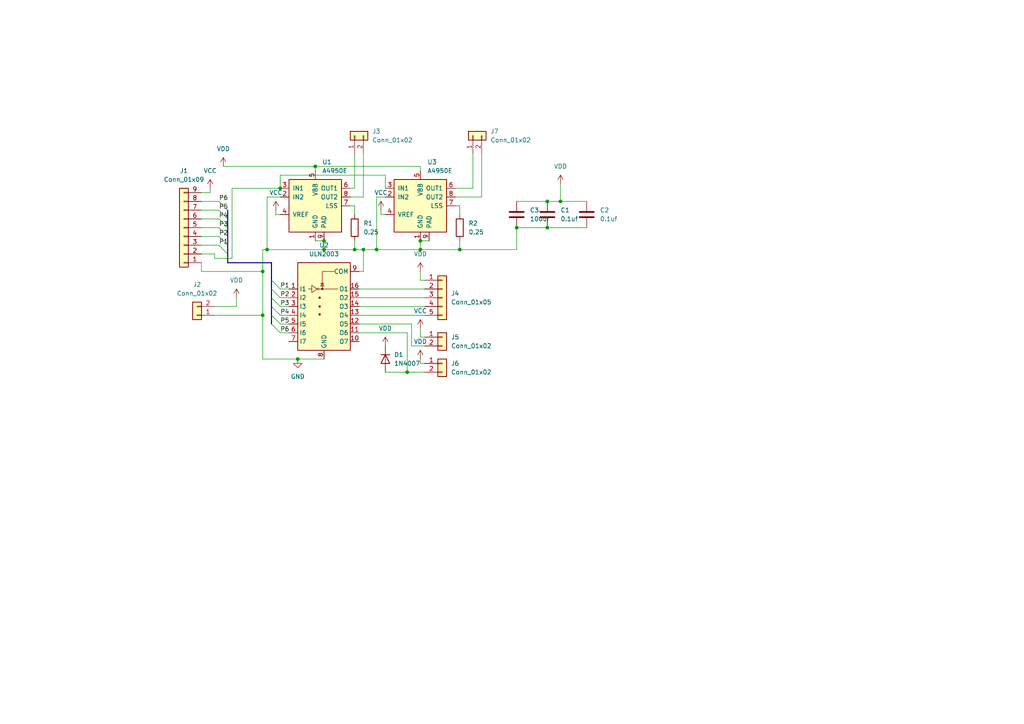
<source format=kicad_sch>
(kicad_sch (version 20211123) (generator eeschema)

  (uuid 1767ad83-3276-4238-971f-233ceaf724da)

  (paper "A4")

  (lib_symbols
    (symbol "Connector_Generic:Conn_01x02" (pin_names (offset 1.016) hide) (in_bom yes) (on_board yes)
      (property "Reference" "J" (id 0) (at 0 2.54 0)
        (effects (font (size 1.27 1.27)))
      )
      (property "Value" "Conn_01x02" (id 1) (at 0 -5.08 0)
        (effects (font (size 1.27 1.27)))
      )
      (property "Footprint" "" (id 2) (at 0 0 0)
        (effects (font (size 1.27 1.27)) hide)
      )
      (property "Datasheet" "~" (id 3) (at 0 0 0)
        (effects (font (size 1.27 1.27)) hide)
      )
      (property "ki_keywords" "connector" (id 4) (at 0 0 0)
        (effects (font (size 1.27 1.27)) hide)
      )
      (property "ki_description" "Generic connector, single row, 01x02, script generated (kicad-library-utils/schlib/autogen/connector/)" (id 5) (at 0 0 0)
        (effects (font (size 1.27 1.27)) hide)
      )
      (property "ki_fp_filters" "Connector*:*_1x??_*" (id 6) (at 0 0 0)
        (effects (font (size 1.27 1.27)) hide)
      )
      (symbol "Conn_01x02_1_1"
        (rectangle (start -1.27 -2.413) (end 0 -2.667)
          (stroke (width 0.1524) (type default) (color 0 0 0 0))
          (fill (type none))
        )
        (rectangle (start -1.27 0.127) (end 0 -0.127)
          (stroke (width 0.1524) (type default) (color 0 0 0 0))
          (fill (type none))
        )
        (rectangle (start -1.27 1.27) (end 1.27 -3.81)
          (stroke (width 0.254) (type default) (color 0 0 0 0))
          (fill (type background))
        )
        (pin passive line (at -5.08 0 0) (length 3.81)
          (name "Pin_1" (effects (font (size 1.27 1.27))))
          (number "1" (effects (font (size 1.27 1.27))))
        )
        (pin passive line (at -5.08 -2.54 0) (length 3.81)
          (name "Pin_2" (effects (font (size 1.27 1.27))))
          (number "2" (effects (font (size 1.27 1.27))))
        )
      )
    )
    (symbol "Connector_Generic:Conn_01x05" (pin_names (offset 1.016) hide) (in_bom yes) (on_board yes)
      (property "Reference" "J" (id 0) (at 0 7.62 0)
        (effects (font (size 1.27 1.27)))
      )
      (property "Value" "Conn_01x05" (id 1) (at 0 -7.62 0)
        (effects (font (size 1.27 1.27)))
      )
      (property "Footprint" "" (id 2) (at 0 0 0)
        (effects (font (size 1.27 1.27)) hide)
      )
      (property "Datasheet" "~" (id 3) (at 0 0 0)
        (effects (font (size 1.27 1.27)) hide)
      )
      (property "ki_keywords" "connector" (id 4) (at 0 0 0)
        (effects (font (size 1.27 1.27)) hide)
      )
      (property "ki_description" "Generic connector, single row, 01x05, script generated (kicad-library-utils/schlib/autogen/connector/)" (id 5) (at 0 0 0)
        (effects (font (size 1.27 1.27)) hide)
      )
      (property "ki_fp_filters" "Connector*:*_1x??_*" (id 6) (at 0 0 0)
        (effects (font (size 1.27 1.27)) hide)
      )
      (symbol "Conn_01x05_1_1"
        (rectangle (start -1.27 -4.953) (end 0 -5.207)
          (stroke (width 0.1524) (type default) (color 0 0 0 0))
          (fill (type none))
        )
        (rectangle (start -1.27 -2.413) (end 0 -2.667)
          (stroke (width 0.1524) (type default) (color 0 0 0 0))
          (fill (type none))
        )
        (rectangle (start -1.27 0.127) (end 0 -0.127)
          (stroke (width 0.1524) (type default) (color 0 0 0 0))
          (fill (type none))
        )
        (rectangle (start -1.27 2.667) (end 0 2.413)
          (stroke (width 0.1524) (type default) (color 0 0 0 0))
          (fill (type none))
        )
        (rectangle (start -1.27 5.207) (end 0 4.953)
          (stroke (width 0.1524) (type default) (color 0 0 0 0))
          (fill (type none))
        )
        (rectangle (start -1.27 6.35) (end 1.27 -6.35)
          (stroke (width 0.254) (type default) (color 0 0 0 0))
          (fill (type background))
        )
        (pin passive line (at -5.08 5.08 0) (length 3.81)
          (name "Pin_1" (effects (font (size 1.27 1.27))))
          (number "1" (effects (font (size 1.27 1.27))))
        )
        (pin passive line (at -5.08 2.54 0) (length 3.81)
          (name "Pin_2" (effects (font (size 1.27 1.27))))
          (number "2" (effects (font (size 1.27 1.27))))
        )
        (pin passive line (at -5.08 0 0) (length 3.81)
          (name "Pin_3" (effects (font (size 1.27 1.27))))
          (number "3" (effects (font (size 1.27 1.27))))
        )
        (pin passive line (at -5.08 -2.54 0) (length 3.81)
          (name "Pin_4" (effects (font (size 1.27 1.27))))
          (number "4" (effects (font (size 1.27 1.27))))
        )
        (pin passive line (at -5.08 -5.08 0) (length 3.81)
          (name "Pin_5" (effects (font (size 1.27 1.27))))
          (number "5" (effects (font (size 1.27 1.27))))
        )
      )
    )
    (symbol "Connector_Generic:Conn_01x09" (pin_names (offset 1.016) hide) (in_bom yes) (on_board yes)
      (property "Reference" "J" (id 0) (at 0 12.7 0)
        (effects (font (size 1.27 1.27)))
      )
      (property "Value" "Conn_01x09" (id 1) (at 0 -12.7 0)
        (effects (font (size 1.27 1.27)))
      )
      (property "Footprint" "" (id 2) (at 0 0 0)
        (effects (font (size 1.27 1.27)) hide)
      )
      (property "Datasheet" "~" (id 3) (at 0 0 0)
        (effects (font (size 1.27 1.27)) hide)
      )
      (property "ki_keywords" "connector" (id 4) (at 0 0 0)
        (effects (font (size 1.27 1.27)) hide)
      )
      (property "ki_description" "Generic connector, single row, 01x09, script generated (kicad-library-utils/schlib/autogen/connector/)" (id 5) (at 0 0 0)
        (effects (font (size 1.27 1.27)) hide)
      )
      (property "ki_fp_filters" "Connector*:*_1x??_*" (id 6) (at 0 0 0)
        (effects (font (size 1.27 1.27)) hide)
      )
      (symbol "Conn_01x09_1_1"
        (rectangle (start -1.27 -10.033) (end 0 -10.287)
          (stroke (width 0.1524) (type default) (color 0 0 0 0))
          (fill (type none))
        )
        (rectangle (start -1.27 -7.493) (end 0 -7.747)
          (stroke (width 0.1524) (type default) (color 0 0 0 0))
          (fill (type none))
        )
        (rectangle (start -1.27 -4.953) (end 0 -5.207)
          (stroke (width 0.1524) (type default) (color 0 0 0 0))
          (fill (type none))
        )
        (rectangle (start -1.27 -2.413) (end 0 -2.667)
          (stroke (width 0.1524) (type default) (color 0 0 0 0))
          (fill (type none))
        )
        (rectangle (start -1.27 0.127) (end 0 -0.127)
          (stroke (width 0.1524) (type default) (color 0 0 0 0))
          (fill (type none))
        )
        (rectangle (start -1.27 2.667) (end 0 2.413)
          (stroke (width 0.1524) (type default) (color 0 0 0 0))
          (fill (type none))
        )
        (rectangle (start -1.27 5.207) (end 0 4.953)
          (stroke (width 0.1524) (type default) (color 0 0 0 0))
          (fill (type none))
        )
        (rectangle (start -1.27 7.747) (end 0 7.493)
          (stroke (width 0.1524) (type default) (color 0 0 0 0))
          (fill (type none))
        )
        (rectangle (start -1.27 10.287) (end 0 10.033)
          (stroke (width 0.1524) (type default) (color 0 0 0 0))
          (fill (type none))
        )
        (rectangle (start -1.27 11.43) (end 1.27 -11.43)
          (stroke (width 0.254) (type default) (color 0 0 0 0))
          (fill (type background))
        )
        (pin passive line (at -5.08 10.16 0) (length 3.81)
          (name "Pin_1" (effects (font (size 1.27 1.27))))
          (number "1" (effects (font (size 1.27 1.27))))
        )
        (pin passive line (at -5.08 7.62 0) (length 3.81)
          (name "Pin_2" (effects (font (size 1.27 1.27))))
          (number "2" (effects (font (size 1.27 1.27))))
        )
        (pin passive line (at -5.08 5.08 0) (length 3.81)
          (name "Pin_3" (effects (font (size 1.27 1.27))))
          (number "3" (effects (font (size 1.27 1.27))))
        )
        (pin passive line (at -5.08 2.54 0) (length 3.81)
          (name "Pin_4" (effects (font (size 1.27 1.27))))
          (number "4" (effects (font (size 1.27 1.27))))
        )
        (pin passive line (at -5.08 0 0) (length 3.81)
          (name "Pin_5" (effects (font (size 1.27 1.27))))
          (number "5" (effects (font (size 1.27 1.27))))
        )
        (pin passive line (at -5.08 -2.54 0) (length 3.81)
          (name "Pin_6" (effects (font (size 1.27 1.27))))
          (number "6" (effects (font (size 1.27 1.27))))
        )
        (pin passive line (at -5.08 -5.08 0) (length 3.81)
          (name "Pin_7" (effects (font (size 1.27 1.27))))
          (number "7" (effects (font (size 1.27 1.27))))
        )
        (pin passive line (at -5.08 -7.62 0) (length 3.81)
          (name "Pin_8" (effects (font (size 1.27 1.27))))
          (number "8" (effects (font (size 1.27 1.27))))
        )
        (pin passive line (at -5.08 -10.16 0) (length 3.81)
          (name "Pin_9" (effects (font (size 1.27 1.27))))
          (number "9" (effects (font (size 1.27 1.27))))
        )
      )
    )
    (symbol "Device:C" (pin_numbers hide) (pin_names (offset 0.254)) (in_bom yes) (on_board yes)
      (property "Reference" "C" (id 0) (at 0.635 2.54 0)
        (effects (font (size 1.27 1.27)) (justify left))
      )
      (property "Value" "C" (id 1) (at 0.635 -2.54 0)
        (effects (font (size 1.27 1.27)) (justify left))
      )
      (property "Footprint" "" (id 2) (at 0.9652 -3.81 0)
        (effects (font (size 1.27 1.27)) hide)
      )
      (property "Datasheet" "~" (id 3) (at 0 0 0)
        (effects (font (size 1.27 1.27)) hide)
      )
      (property "ki_keywords" "cap capacitor" (id 4) (at 0 0 0)
        (effects (font (size 1.27 1.27)) hide)
      )
      (property "ki_description" "Unpolarized capacitor" (id 5) (at 0 0 0)
        (effects (font (size 1.27 1.27)) hide)
      )
      (property "ki_fp_filters" "C_*" (id 6) (at 0 0 0)
        (effects (font (size 1.27 1.27)) hide)
      )
      (symbol "C_0_1"
        (polyline
          (pts
            (xy -2.032 -0.762)
            (xy 2.032 -0.762)
          )
          (stroke (width 0.508) (type default) (color 0 0 0 0))
          (fill (type none))
        )
        (polyline
          (pts
            (xy -2.032 0.762)
            (xy 2.032 0.762)
          )
          (stroke (width 0.508) (type default) (color 0 0 0 0))
          (fill (type none))
        )
      )
      (symbol "C_1_1"
        (pin passive line (at 0 3.81 270) (length 2.794)
          (name "~" (effects (font (size 1.27 1.27))))
          (number "1" (effects (font (size 1.27 1.27))))
        )
        (pin passive line (at 0 -3.81 90) (length 2.794)
          (name "~" (effects (font (size 1.27 1.27))))
          (number "2" (effects (font (size 1.27 1.27))))
        )
      )
    )
    (symbol "Device:R" (pin_numbers hide) (pin_names (offset 0)) (in_bom yes) (on_board yes)
      (property "Reference" "R" (id 0) (at 2.032 0 90)
        (effects (font (size 1.27 1.27)))
      )
      (property "Value" "R" (id 1) (at 0 0 90)
        (effects (font (size 1.27 1.27)))
      )
      (property "Footprint" "" (id 2) (at -1.778 0 90)
        (effects (font (size 1.27 1.27)) hide)
      )
      (property "Datasheet" "~" (id 3) (at 0 0 0)
        (effects (font (size 1.27 1.27)) hide)
      )
      (property "ki_keywords" "R res resistor" (id 4) (at 0 0 0)
        (effects (font (size 1.27 1.27)) hide)
      )
      (property "ki_description" "Resistor" (id 5) (at 0 0 0)
        (effects (font (size 1.27 1.27)) hide)
      )
      (property "ki_fp_filters" "R_*" (id 6) (at 0 0 0)
        (effects (font (size 1.27 1.27)) hide)
      )
      (symbol "R_0_1"
        (rectangle (start -1.016 -2.54) (end 1.016 2.54)
          (stroke (width 0.254) (type default) (color 0 0 0 0))
          (fill (type none))
        )
      )
      (symbol "R_1_1"
        (pin passive line (at 0 3.81 270) (length 1.27)
          (name "~" (effects (font (size 1.27 1.27))))
          (number "1" (effects (font (size 1.27 1.27))))
        )
        (pin passive line (at 0 -3.81 90) (length 1.27)
          (name "~" (effects (font (size 1.27 1.27))))
          (number "2" (effects (font (size 1.27 1.27))))
        )
      )
    )
    (symbol "Diode:1N4007" (pin_numbers hide) (pin_names hide) (in_bom yes) (on_board yes)
      (property "Reference" "D" (id 0) (at 0 2.54 0)
        (effects (font (size 1.27 1.27)))
      )
      (property "Value" "1N4007" (id 1) (at 0 -2.54 0)
        (effects (font (size 1.27 1.27)))
      )
      (property "Footprint" "Diode_THT:D_DO-41_SOD81_P10.16mm_Horizontal" (id 2) (at 0 -4.445 0)
        (effects (font (size 1.27 1.27)) hide)
      )
      (property "Datasheet" "http://www.vishay.com/docs/88503/1n4001.pdf" (id 3) (at 0 0 0)
        (effects (font (size 1.27 1.27)) hide)
      )
      (property "ki_keywords" "diode" (id 4) (at 0 0 0)
        (effects (font (size 1.27 1.27)) hide)
      )
      (property "ki_description" "1000V 1A General Purpose Rectifier Diode, DO-41" (id 5) (at 0 0 0)
        (effects (font (size 1.27 1.27)) hide)
      )
      (property "ki_fp_filters" "D*DO?41*" (id 6) (at 0 0 0)
        (effects (font (size 1.27 1.27)) hide)
      )
      (symbol "1N4007_0_1"
        (polyline
          (pts
            (xy -1.27 1.27)
            (xy -1.27 -1.27)
          )
          (stroke (width 0.254) (type default) (color 0 0 0 0))
          (fill (type none))
        )
        (polyline
          (pts
            (xy 1.27 0)
            (xy -1.27 0)
          )
          (stroke (width 0) (type default) (color 0 0 0 0))
          (fill (type none))
        )
        (polyline
          (pts
            (xy 1.27 1.27)
            (xy 1.27 -1.27)
            (xy -1.27 0)
            (xy 1.27 1.27)
          )
          (stroke (width 0.254) (type default) (color 0 0 0 0))
          (fill (type none))
        )
      )
      (symbol "1N4007_1_1"
        (pin passive line (at -3.81 0 0) (length 2.54)
          (name "K" (effects (font (size 1.27 1.27))))
          (number "1" (effects (font (size 1.27 1.27))))
        )
        (pin passive line (at 3.81 0 180) (length 2.54)
          (name "A" (effects (font (size 1.27 1.27))))
          (number "2" (effects (font (size 1.27 1.27))))
        )
      )
    )
    (symbol "Driver_Motor:A4950E" (pin_names (offset 1.016)) (in_bom yes) (on_board yes)
      (property "Reference" "U" (id 0) (at -7.62 8.89 0)
        (effects (font (size 1.27 1.27)) (justify left))
      )
      (property "Value" "A4950E" (id 1) (at 5.08 8.89 0)
        (effects (font (size 1.27 1.27)) (justify left))
      )
      (property "Footprint" "Package_SO:SOIC-8-1EP_3.9x4.9mm_P1.27mm_EP2.41x3.3mm" (id 2) (at 0 -13.97 0)
        (effects (font (size 1.27 1.27)) hide)
      )
      (property "Datasheet" "http://www.allegromicro.com/~/media/Files/Datasheets/A4950-Datasheet.ashx" (id 3) (at -7.62 8.89 0)
        (effects (font (size 1.27 1.27)) hide)
      )
      (property "ki_keywords" "full-bridge h-bridge" (id 4) (at 0 0 0)
        (effects (font (size 1.27 1.27)) hide)
      )
      (property "ki_description" "Full-Bridge, DMOS PWM, Motor Driver, 40V, 3.5A, -40 to +85C" (id 5) (at 0 0 0)
        (effects (font (size 1.27 1.27)) hide)
      )
      (property "ki_fp_filters" "SOIC-*1EP*" (id 6) (at 0 0 0)
        (effects (font (size 1.27 1.27)) hide)
      )
      (symbol "A4950E_0_1"
        (rectangle (start -7.62 7.62) (end 7.62 -7.62)
          (stroke (width 0.254) (type default) (color 0 0 0 0))
          (fill (type background))
        )
      )
      (symbol "A4950E_1_1"
        (pin power_in line (at 0 -10.16 90) (length 2.54)
          (name "GND" (effects (font (size 1.27 1.27))))
          (number "1" (effects (font (size 1.27 1.27))))
        )
        (pin input line (at -10.16 2.54 0) (length 2.54)
          (name "IN2" (effects (font (size 1.27 1.27))))
          (number "2" (effects (font (size 1.27 1.27))))
        )
        (pin input line (at -10.16 5.08 0) (length 2.54)
          (name "IN1" (effects (font (size 1.27 1.27))))
          (number "3" (effects (font (size 1.27 1.27))))
        )
        (pin passive line (at -10.16 -2.54 0) (length 2.54)
          (name "VREF" (effects (font (size 1.27 1.27))))
          (number "4" (effects (font (size 1.27 1.27))))
        )
        (pin power_in line (at 0 10.16 270) (length 2.54)
          (name "VBB" (effects (font (size 1.27 1.27))))
          (number "5" (effects (font (size 1.27 1.27))))
        )
        (pin power_out line (at 10.16 5.08 180) (length 2.54)
          (name "OUT1" (effects (font (size 1.27 1.27))))
          (number "6" (effects (font (size 1.27 1.27))))
        )
        (pin power_in line (at 10.16 0 180) (length 2.54)
          (name "LSS" (effects (font (size 1.27 1.27))))
          (number "7" (effects (font (size 1.27 1.27))))
        )
        (pin power_out line (at 10.16 2.54 180) (length 2.54)
          (name "OUT2" (effects (font (size 1.27 1.27))))
          (number "8" (effects (font (size 1.27 1.27))))
        )
        (pin power_in line (at 2.54 -10.16 90) (length 2.54)
          (name "PAD" (effects (font (size 1.27 1.27))))
          (number "9" (effects (font (size 1.27 1.27))))
        )
      )
    )
    (symbol "Transistor_Array:ULN2003" (in_bom yes) (on_board yes)
      (property "Reference" "U" (id 0) (at 0 15.875 0)
        (effects (font (size 1.27 1.27)))
      )
      (property "Value" "ULN2003" (id 1) (at 0 13.97 0)
        (effects (font (size 1.27 1.27)))
      )
      (property "Footprint" "" (id 2) (at 1.27 -13.97 0)
        (effects (font (size 1.27 1.27)) (justify left) hide)
      )
      (property "Datasheet" "http://www.ti.com/lit/ds/symlink/uln2003a.pdf" (id 3) (at 2.54 -5.08 0)
        (effects (font (size 1.27 1.27)) hide)
      )
      (property "ki_keywords" "darlington transistor array" (id 4) (at 0 0 0)
        (effects (font (size 1.27 1.27)) hide)
      )
      (property "ki_description" "High Voltage, High Current Darlington Transistor Arrays, SOIC16/SOIC16W/DIP16/TSSOP16" (id 5) (at 0 0 0)
        (effects (font (size 1.27 1.27)) hide)
      )
      (property "ki_fp_filters" "DIP*W7.62mm* SOIC*3.9x9.9mm*P1.27mm* SSOP*4.4x5.2mm*P0.65mm* TSSOP*4.4x5mm*P0.65mm* SOIC*W*5.3x10.2mm*P1.27mm*" (id 6) (at 0 0 0)
        (effects (font (size 1.27 1.27)) hide)
      )
      (symbol "ULN2003_0_1"
        (rectangle (start -7.62 -12.7) (end 7.62 12.7)
          (stroke (width 0.254) (type default) (color 0 0 0 0))
          (fill (type background))
        )
        (circle (center -1.778 5.08) (radius 0.254)
          (stroke (width 0) (type default) (color 0 0 0 0))
          (fill (type none))
        )
        (circle (center -1.27 -2.286) (radius 0.254)
          (stroke (width 0) (type default) (color 0 0 0 0))
          (fill (type outline))
        )
        (circle (center -1.27 0) (radius 0.254)
          (stroke (width 0) (type default) (color 0 0 0 0))
          (fill (type outline))
        )
        (circle (center -1.27 2.54) (radius 0.254)
          (stroke (width 0) (type default) (color 0 0 0 0))
          (fill (type outline))
        )
        (circle (center -0.508 5.08) (radius 0.254)
          (stroke (width 0) (type default) (color 0 0 0 0))
          (fill (type outline))
        )
        (polyline
          (pts
            (xy -4.572 5.08)
            (xy -3.556 5.08)
          )
          (stroke (width 0) (type default) (color 0 0 0 0))
          (fill (type none))
        )
        (polyline
          (pts
            (xy -1.524 5.08)
            (xy 4.064 5.08)
          )
          (stroke (width 0) (type default) (color 0 0 0 0))
          (fill (type none))
        )
        (polyline
          (pts
            (xy 0 6.731)
            (xy -1.016 6.731)
          )
          (stroke (width 0) (type default) (color 0 0 0 0))
          (fill (type none))
        )
        (polyline
          (pts
            (xy -0.508 5.08)
            (xy -0.508 10.16)
            (xy 2.921 10.16)
          )
          (stroke (width 0) (type default) (color 0 0 0 0))
          (fill (type none))
        )
        (polyline
          (pts
            (xy -3.556 6.096)
            (xy -3.556 4.064)
            (xy -2.032 5.08)
            (xy -3.556 6.096)
          )
          (stroke (width 0) (type default) (color 0 0 0 0))
          (fill (type none))
        )
        (polyline
          (pts
            (xy 0 5.969)
            (xy -1.016 5.969)
            (xy -0.508 6.731)
            (xy 0 5.969)
          )
          (stroke (width 0) (type default) (color 0 0 0 0))
          (fill (type none))
        )
      )
      (symbol "ULN2003_1_1"
        (pin input line (at -10.16 5.08 0) (length 2.54)
          (name "I1" (effects (font (size 1.27 1.27))))
          (number "1" (effects (font (size 1.27 1.27))))
        )
        (pin open_collector line (at 10.16 -10.16 180) (length 2.54)
          (name "O7" (effects (font (size 1.27 1.27))))
          (number "10" (effects (font (size 1.27 1.27))))
        )
        (pin open_collector line (at 10.16 -7.62 180) (length 2.54)
          (name "O6" (effects (font (size 1.27 1.27))))
          (number "11" (effects (font (size 1.27 1.27))))
        )
        (pin open_collector line (at 10.16 -5.08 180) (length 2.54)
          (name "O5" (effects (font (size 1.27 1.27))))
          (number "12" (effects (font (size 1.27 1.27))))
        )
        (pin open_collector line (at 10.16 -2.54 180) (length 2.54)
          (name "O4" (effects (font (size 1.27 1.27))))
          (number "13" (effects (font (size 1.27 1.27))))
        )
        (pin open_collector line (at 10.16 0 180) (length 2.54)
          (name "O3" (effects (font (size 1.27 1.27))))
          (number "14" (effects (font (size 1.27 1.27))))
        )
        (pin open_collector line (at 10.16 2.54 180) (length 2.54)
          (name "O2" (effects (font (size 1.27 1.27))))
          (number "15" (effects (font (size 1.27 1.27))))
        )
        (pin open_collector line (at 10.16 5.08 180) (length 2.54)
          (name "O1" (effects (font (size 1.27 1.27))))
          (number "16" (effects (font (size 1.27 1.27))))
        )
        (pin input line (at -10.16 2.54 0) (length 2.54)
          (name "I2" (effects (font (size 1.27 1.27))))
          (number "2" (effects (font (size 1.27 1.27))))
        )
        (pin input line (at -10.16 0 0) (length 2.54)
          (name "I3" (effects (font (size 1.27 1.27))))
          (number "3" (effects (font (size 1.27 1.27))))
        )
        (pin input line (at -10.16 -2.54 0) (length 2.54)
          (name "I4" (effects (font (size 1.27 1.27))))
          (number "4" (effects (font (size 1.27 1.27))))
        )
        (pin input line (at -10.16 -5.08 0) (length 2.54)
          (name "I5" (effects (font (size 1.27 1.27))))
          (number "5" (effects (font (size 1.27 1.27))))
        )
        (pin input line (at -10.16 -7.62 0) (length 2.54)
          (name "I6" (effects (font (size 1.27 1.27))))
          (number "6" (effects (font (size 1.27 1.27))))
        )
        (pin input line (at -10.16 -10.16 0) (length 2.54)
          (name "I7" (effects (font (size 1.27 1.27))))
          (number "7" (effects (font (size 1.27 1.27))))
        )
        (pin power_in line (at 0 -15.24 90) (length 2.54)
          (name "GND" (effects (font (size 1.27 1.27))))
          (number "8" (effects (font (size 1.27 1.27))))
        )
        (pin passive line (at 10.16 10.16 180) (length 2.54)
          (name "COM" (effects (font (size 1.27 1.27))))
          (number "9" (effects (font (size 1.27 1.27))))
        )
      )
    )
    (symbol "power:GND" (power) (pin_names (offset 0)) (in_bom yes) (on_board yes)
      (property "Reference" "#PWR" (id 0) (at 0 -6.35 0)
        (effects (font (size 1.27 1.27)) hide)
      )
      (property "Value" "GND" (id 1) (at 0 -3.81 0)
        (effects (font (size 1.27 1.27)))
      )
      (property "Footprint" "" (id 2) (at 0 0 0)
        (effects (font (size 1.27 1.27)) hide)
      )
      (property "Datasheet" "" (id 3) (at 0 0 0)
        (effects (font (size 1.27 1.27)) hide)
      )
      (property "ki_keywords" "power-flag" (id 4) (at 0 0 0)
        (effects (font (size 1.27 1.27)) hide)
      )
      (property "ki_description" "Power symbol creates a global label with name \"GND\" , ground" (id 5) (at 0 0 0)
        (effects (font (size 1.27 1.27)) hide)
      )
      (symbol "GND_0_1"
        (polyline
          (pts
            (xy 0 0)
            (xy 0 -1.27)
            (xy 1.27 -1.27)
            (xy 0 -2.54)
            (xy -1.27 -1.27)
            (xy 0 -1.27)
          )
          (stroke (width 0) (type default) (color 0 0 0 0))
          (fill (type none))
        )
      )
      (symbol "GND_1_1"
        (pin power_in line (at 0 0 270) (length 0) hide
          (name "GND" (effects (font (size 1.27 1.27))))
          (number "1" (effects (font (size 1.27 1.27))))
        )
      )
    )
    (symbol "power:VCC" (power) (pin_names (offset 0)) (in_bom yes) (on_board yes)
      (property "Reference" "#PWR" (id 0) (at 0 -3.81 0)
        (effects (font (size 1.27 1.27)) hide)
      )
      (property "Value" "VCC" (id 1) (at 0 3.81 0)
        (effects (font (size 1.27 1.27)))
      )
      (property "Footprint" "" (id 2) (at 0 0 0)
        (effects (font (size 1.27 1.27)) hide)
      )
      (property "Datasheet" "" (id 3) (at 0 0 0)
        (effects (font (size 1.27 1.27)) hide)
      )
      (property "ki_keywords" "power-flag" (id 4) (at 0 0 0)
        (effects (font (size 1.27 1.27)) hide)
      )
      (property "ki_description" "Power symbol creates a global label with name \"VCC\"" (id 5) (at 0 0 0)
        (effects (font (size 1.27 1.27)) hide)
      )
      (symbol "VCC_0_1"
        (polyline
          (pts
            (xy -0.762 1.27)
            (xy 0 2.54)
          )
          (stroke (width 0) (type default) (color 0 0 0 0))
          (fill (type none))
        )
        (polyline
          (pts
            (xy 0 0)
            (xy 0 2.54)
          )
          (stroke (width 0) (type default) (color 0 0 0 0))
          (fill (type none))
        )
        (polyline
          (pts
            (xy 0 2.54)
            (xy 0.762 1.27)
          )
          (stroke (width 0) (type default) (color 0 0 0 0))
          (fill (type none))
        )
      )
      (symbol "VCC_1_1"
        (pin power_in line (at 0 0 90) (length 0) hide
          (name "VCC" (effects (font (size 1.27 1.27))))
          (number "1" (effects (font (size 1.27 1.27))))
        )
      )
    )
    (symbol "power:VDD" (power) (pin_names (offset 0)) (in_bom yes) (on_board yes)
      (property "Reference" "#PWR" (id 0) (at 0 -3.81 0)
        (effects (font (size 1.27 1.27)) hide)
      )
      (property "Value" "VDD" (id 1) (at 0 3.81 0)
        (effects (font (size 1.27 1.27)))
      )
      (property "Footprint" "" (id 2) (at 0 0 0)
        (effects (font (size 1.27 1.27)) hide)
      )
      (property "Datasheet" "" (id 3) (at 0 0 0)
        (effects (font (size 1.27 1.27)) hide)
      )
      (property "ki_keywords" "power-flag" (id 4) (at 0 0 0)
        (effects (font (size 1.27 1.27)) hide)
      )
      (property "ki_description" "Power symbol creates a global label with name \"VDD\"" (id 5) (at 0 0 0)
        (effects (font (size 1.27 1.27)) hide)
      )
      (symbol "VDD_0_1"
        (polyline
          (pts
            (xy -0.762 1.27)
            (xy 0 2.54)
          )
          (stroke (width 0) (type default) (color 0 0 0 0))
          (fill (type none))
        )
        (polyline
          (pts
            (xy 0 0)
            (xy 0 2.54)
          )
          (stroke (width 0) (type default) (color 0 0 0 0))
          (fill (type none))
        )
        (polyline
          (pts
            (xy 0 2.54)
            (xy 0.762 1.27)
          )
          (stroke (width 0) (type default) (color 0 0 0 0))
          (fill (type none))
        )
      )
      (symbol "VDD_1_1"
        (pin power_in line (at 0 0 90) (length 0) hide
          (name "VDD" (effects (font (size 1.27 1.27))))
          (number "1" (effects (font (size 1.27 1.27))))
        )
      )
    )
  )

  (junction (at 93.98 69.85) (diameter 0) (color 0 0 0 0)
    (uuid 0410c831-9365-4f34-899a-c330b17a81db)
  )
  (junction (at 133.35 72.39) (diameter 0) (color 0 0 0 0)
    (uuid 15cafeb7-ee75-414c-8b7d-791b8d5b35b7)
  )
  (junction (at 76.2 91.44) (diameter 0) (color 0 0 0 0)
    (uuid 1aaf3f98-3469-449a-8b3f-2bbe94946975)
  )
  (junction (at 105.41 72.39) (diameter 0) (color 0 0 0 0)
    (uuid 24c83776-7c07-4089-8de0-e4f76f307579)
  )
  (junction (at 86.36 104.14) (diameter 0) (color 0 0 0 0)
    (uuid 2997098c-d237-43a0-a932-d61329e265c1)
  )
  (junction (at 76.2 78.74) (diameter 0) (color 0 0 0 0)
    (uuid 3df1bdd8-db7f-48f0-9c4c-be4fb7a86008)
  )
  (junction (at 109.22 72.39) (diameter 0) (color 0 0 0 0)
    (uuid 41d4ec0b-498f-4585-aa70-47c55fac632e)
  )
  (junction (at 102.87 72.39) (diameter 0) (color 0 0 0 0)
    (uuid 44f30234-3201-48b4-bc0b-77504aeaf5b0)
  )
  (junction (at 121.92 72.39) (diameter 0) (color 0 0 0 0)
    (uuid 57b877ba-49a4-413c-a108-81c5fa2de64c)
  )
  (junction (at 121.92 69.85) (diameter 0) (color 0 0 0 0)
    (uuid 5817097c-0c26-4662-a0f2-752b0abfbfbc)
  )
  (junction (at 91.44 48.26) (diameter 0) (color 0 0 0 0)
    (uuid 5a0252d8-dd8a-4927-a6a6-e4105086c282)
  )
  (junction (at 93.98 72.39) (diameter 0) (color 0 0 0 0)
    (uuid 674ffba2-43e2-4640-a04c-7245b7571b4c)
  )
  (junction (at 162.56 58.42) (diameter 0) (color 0 0 0 0)
    (uuid 6e620608-288a-482e-bf17-379265f4d475)
  )
  (junction (at 149.86 66.04) (diameter 0) (color 0 0 0 0)
    (uuid 9931d42c-b0d6-4ad5-9bb4-47c73fbc165e)
  )
  (junction (at 77.47 72.39) (diameter 0) (color 0 0 0 0)
    (uuid a23ad905-e785-42d2-b149-9c98a3adefab)
  )
  (junction (at 81.28 54.61) (diameter 0) (color 0 0 0 0)
    (uuid ab4a1fd8-86d1-4a4a-b0d8-afee580720ed)
  )
  (junction (at 118.11 107.95) (diameter 0) (color 0 0 0 0)
    (uuid bf8996c0-2308-4a3e-a679-b5ac9ee5c94f)
  )
  (junction (at 158.75 58.42) (diameter 0) (color 0 0 0 0)
    (uuid c0451232-8253-4d9c-9f2a-6a06b83dc0a0)
  )
  (junction (at 158.75 66.04) (diameter 0) (color 0 0 0 0)
    (uuid fa5421c8-27bd-4840-bb44-3626926400bf)
  )

  (bus_entry (at 63.5 71.12) (size 2.54 2.54)
    (stroke (width 0) (type default) (color 0 0 0 0))
    (uuid 380954cd-b8d8-4f13-86a7-8a1864330475)
  )
  (bus_entry (at 63.5 58.42) (size 2.54 2.54)
    (stroke (width 0) (type default) (color 0 0 0 0))
    (uuid 380954cd-b8d8-4f13-86a7-8a1864330476)
  )
  (bus_entry (at 63.5 60.96) (size 2.54 2.54)
    (stroke (width 0) (type default) (color 0 0 0 0))
    (uuid 380954cd-b8d8-4f13-86a7-8a1864330477)
  )
  (bus_entry (at 63.5 63.5) (size 2.54 2.54)
    (stroke (width 0) (type default) (color 0 0 0 0))
    (uuid 380954cd-b8d8-4f13-86a7-8a1864330478)
  )
  (bus_entry (at 63.5 68.58) (size 2.54 2.54)
    (stroke (width 0) (type default) (color 0 0 0 0))
    (uuid 380954cd-b8d8-4f13-86a7-8a1864330479)
  )
  (bus_entry (at 63.5 66.04) (size 2.54 2.54)
    (stroke (width 0) (type default) (color 0 0 0 0))
    (uuid 380954cd-b8d8-4f13-86a7-8a186433047a)
  )
  (bus_entry (at 78.74 91.44) (size 2.54 2.54)
    (stroke (width 0) (type default) (color 0 0 0 0))
    (uuid b0bbd159-7286-45b0-98d8-0fba8f08db6e)
  )
  (bus_entry (at 78.74 81.28) (size 2.54 2.54)
    (stroke (width 0) (type default) (color 0 0 0 0))
    (uuid b0bbd159-7286-45b0-98d8-0fba8f08db6f)
  )
  (bus_entry (at 78.74 83.82) (size 2.54 2.54)
    (stroke (width 0) (type default) (color 0 0 0 0))
    (uuid b0bbd159-7286-45b0-98d8-0fba8f08db70)
  )
  (bus_entry (at 78.74 86.36) (size 2.54 2.54)
    (stroke (width 0) (type default) (color 0 0 0 0))
    (uuid b0bbd159-7286-45b0-98d8-0fba8f08db71)
  )
  (bus_entry (at 78.74 88.9) (size 2.54 2.54)
    (stroke (width 0) (type default) (color 0 0 0 0))
    (uuid b0bbd159-7286-45b0-98d8-0fba8f08db72)
  )
  (bus_entry (at 78.74 93.98) (size 2.54 2.54)
    (stroke (width 0) (type default) (color 0 0 0 0))
    (uuid b0bbd159-7286-45b0-98d8-0fba8f08db73)
  )

  (wire (pts (xy 81.28 50.8) (xy 81.28 54.61))
    (stroke (width 0) (type default) (color 0 0 0 0))
    (uuid 016a6219-6aae-4716-ac6f-b75b4e67c864)
  )
  (wire (pts (xy 149.86 66.04) (xy 149.86 72.39))
    (stroke (width 0) (type default) (color 0 0 0 0))
    (uuid 03c757cb-8ee1-465b-8cb6-86dcbc7d0747)
  )
  (wire (pts (xy 118.11 96.52) (xy 118.11 107.95))
    (stroke (width 0) (type default) (color 0 0 0 0))
    (uuid 0725f424-e5f3-439c-9d0b-a7963bbc5b0a)
  )
  (wire (pts (xy 62.23 91.44) (xy 76.2 91.44))
    (stroke (width 0) (type default) (color 0 0 0 0))
    (uuid 0b1481f6-d7b8-4c4c-b3db-f568e687e97a)
  )
  (wire (pts (xy 93.98 69.85) (xy 93.98 72.39))
    (stroke (width 0) (type default) (color 0 0 0 0))
    (uuid 0c3b4ab8-138b-4740-81a3-188baadd76ab)
  )
  (wire (pts (xy 102.87 69.85) (xy 102.87 72.39))
    (stroke (width 0) (type default) (color 0 0 0 0))
    (uuid 10980202-3ac1-4389-a20e-a4f8d129ad48)
  )
  (wire (pts (xy 121.92 72.39) (xy 133.35 72.39))
    (stroke (width 0) (type default) (color 0 0 0 0))
    (uuid 14d9a2ea-9dd5-44f5-9e5e-ca85f1591458)
  )
  (wire (pts (xy 104.14 93.98) (xy 119.38 93.98))
    (stroke (width 0) (type default) (color 0 0 0 0))
    (uuid 15663cd6-88d5-454e-aa70-bb9caac2210d)
  )
  (wire (pts (xy 58.42 73.66) (xy 62.23 73.66))
    (stroke (width 0) (type default) (color 0 0 0 0))
    (uuid 19108767-dcfa-4550-8599-a754700e12ab)
  )
  (wire (pts (xy 80.01 60.96) (xy 80.01 62.23))
    (stroke (width 0) (type default) (color 0 0 0 0))
    (uuid 1c7147de-6924-4767-aefd-831c33fdd957)
  )
  (bus (pts (xy 78.74 86.36) (xy 78.74 88.9))
    (stroke (width 0) (type default) (color 0 0 0 0))
    (uuid 1d9ab1bd-6939-41f3-b563-ff91df290e56)
  )

  (wire (pts (xy 81.28 83.82) (xy 83.82 83.82))
    (stroke (width 0) (type default) (color 0 0 0 0))
    (uuid 21e0dad1-08cb-4d0f-a08e-9a3c68dcabce)
  )
  (wire (pts (xy 105.41 57.15) (xy 101.6 57.15))
    (stroke (width 0) (type default) (color 0 0 0 0))
    (uuid 24055b78-4ad2-47b2-9982-e5547cc87354)
  )
  (wire (pts (xy 104.14 83.82) (xy 123.19 83.82))
    (stroke (width 0) (type default) (color 0 0 0 0))
    (uuid 24668bd0-a73a-4e66-82ef-55892eef3a59)
  )
  (wire (pts (xy 121.92 78.74) (xy 121.92 81.28))
    (stroke (width 0) (type default) (color 0 0 0 0))
    (uuid 24b8ecfd-fc14-4ff5-ad4a-253b2f659178)
  )
  (wire (pts (xy 81.28 86.36) (xy 83.82 86.36))
    (stroke (width 0) (type default) (color 0 0 0 0))
    (uuid 24dc7601-595f-40fe-bf2d-23f60c64c883)
  )
  (bus (pts (xy 66.04 60.96) (xy 66.04 63.5))
    (stroke (width 0) (type default) (color 0 0 0 0))
    (uuid 29dbe08b-7fd9-41c4-a7fc-2afcd12d7c43)
  )

  (wire (pts (xy 102.87 54.61) (xy 101.6 54.61))
    (stroke (width 0) (type default) (color 0 0 0 0))
    (uuid 2d52528f-4004-42da-abad-2581af4ea558)
  )
  (wire (pts (xy 121.92 69.85) (xy 121.92 72.39))
    (stroke (width 0) (type default) (color 0 0 0 0))
    (uuid 2d6e6215-baa2-4e5a-bca0-0f2f7fa9a398)
  )
  (wire (pts (xy 62.23 73.66) (xy 62.23 74.93))
    (stroke (width 0) (type default) (color 0 0 0 0))
    (uuid 2e0694dd-0424-401f-ae63-313e71acbfd5)
  )
  (wire (pts (xy 62.23 74.93) (xy 67.31 74.93))
    (stroke (width 0) (type default) (color 0 0 0 0))
    (uuid 2eae1d42-f6ab-4d32-bfbf-c91a50967ee4)
  )
  (wire (pts (xy 137.16 54.61) (xy 132.08 54.61))
    (stroke (width 0) (type default) (color 0 0 0 0))
    (uuid 2ffafc8a-d0fa-40d2-a6fd-e068a9e9a6be)
  )
  (bus (pts (xy 78.74 91.44) (xy 78.74 93.98))
    (stroke (width 0) (type default) (color 0 0 0 0))
    (uuid 30c1c6f3-f319-4587-af0f-6eca148f87a2)
  )

  (wire (pts (xy 58.42 66.04) (xy 63.5 66.04))
    (stroke (width 0) (type default) (color 0 0 0 0))
    (uuid 325d4f57-114e-470c-80fe-a94ef1883d72)
  )
  (wire (pts (xy 105.41 78.74) (xy 104.14 78.74))
    (stroke (width 0) (type default) (color 0 0 0 0))
    (uuid 33d4dc3e-509d-42e4-a247-ef9e5bead35c)
  )
  (wire (pts (xy 109.22 57.15) (xy 109.22 72.39))
    (stroke (width 0) (type default) (color 0 0 0 0))
    (uuid 33dd33b7-f955-4ff9-a431-0115f32f5e94)
  )
  (wire (pts (xy 58.42 71.12) (xy 63.5 71.12))
    (stroke (width 0) (type default) (color 0 0 0 0))
    (uuid 35fd8402-ed53-4ac4-8e41-d1e9a4a70ccb)
  )
  (wire (pts (xy 133.35 69.85) (xy 133.35 72.39))
    (stroke (width 0) (type default) (color 0 0 0 0))
    (uuid 36ff8dce-08bf-4d8f-a9e0-ae6697779878)
  )
  (wire (pts (xy 158.75 58.42) (xy 162.56 58.42))
    (stroke (width 0) (type default) (color 0 0 0 0))
    (uuid 3a9d180c-de0e-4cf2-9af1-76d2e696ea09)
  )
  (wire (pts (xy 77.47 72.39) (xy 93.98 72.39))
    (stroke (width 0) (type default) (color 0 0 0 0))
    (uuid 3abf4141-68dd-4e48-8044-05d2c74bb499)
  )
  (wire (pts (xy 102.87 72.39) (xy 105.41 72.39))
    (stroke (width 0) (type default) (color 0 0 0 0))
    (uuid 3c86d39e-4aa7-4e8d-991b-fd4f193773ce)
  )
  (wire (pts (xy 132.08 59.69) (xy 133.35 59.69))
    (stroke (width 0) (type default) (color 0 0 0 0))
    (uuid 46d82078-cf3c-468f-8885-9e10aeab3b37)
  )
  (wire (pts (xy 91.44 48.26) (xy 64.77 48.26))
    (stroke (width 0) (type default) (color 0 0 0 0))
    (uuid 46e6df5a-6753-4906-972e-0ed6fa0ee60e)
  )
  (bus (pts (xy 66.04 63.5) (xy 66.04 66.04))
    (stroke (width 0) (type default) (color 0 0 0 0))
    (uuid 4a01dd63-57ba-4bc9-bdeb-993bb553cf4c)
  )

  (wire (pts (xy 111.76 107.95) (xy 118.11 107.95))
    (stroke (width 0) (type default) (color 0 0 0 0))
    (uuid 4a53a439-91b9-4707-b3f7-dbea0e0cfcd0)
  )
  (wire (pts (xy 76.2 78.74) (xy 76.2 91.44))
    (stroke (width 0) (type default) (color 0 0 0 0))
    (uuid 4c1ceca7-a781-4bc6-8b6e-17b5f819371d)
  )
  (wire (pts (xy 162.56 58.42) (xy 170.18 58.42))
    (stroke (width 0) (type default) (color 0 0 0 0))
    (uuid 4c2e7008-94aa-45b9-948b-5571d84e497b)
  )
  (wire (pts (xy 81.28 93.98) (xy 83.82 93.98))
    (stroke (width 0) (type default) (color 0 0 0 0))
    (uuid 4c64dd98-9a41-45e5-b1d7-59fd0ce243f6)
  )
  (wire (pts (xy 68.58 86.36) (xy 68.58 88.9))
    (stroke (width 0) (type default) (color 0 0 0 0))
    (uuid 4d029cb3-e0c8-4e0d-a303-612c1c365400)
  )
  (wire (pts (xy 133.35 72.39) (xy 149.86 72.39))
    (stroke (width 0) (type default) (color 0 0 0 0))
    (uuid 4f28a4ad-696b-4e69-9b5b-85605a94622a)
  )
  (wire (pts (xy 139.7 44.45) (xy 139.7 57.15))
    (stroke (width 0) (type default) (color 0 0 0 0))
    (uuid 522f0034-4899-408f-b162-ac74dfd966a9)
  )
  (wire (pts (xy 81.28 54.61) (xy 67.31 54.61))
    (stroke (width 0) (type default) (color 0 0 0 0))
    (uuid 52825bcb-dc8f-4fc7-b1a6-dcc5d8268c00)
  )
  (wire (pts (xy 121.92 97.79) (xy 123.19 97.79))
    (stroke (width 0) (type default) (color 0 0 0 0))
    (uuid 54d2d643-8309-4b5a-9666-bff101826dfe)
  )
  (wire (pts (xy 121.92 69.85) (xy 124.46 69.85))
    (stroke (width 0) (type default) (color 0 0 0 0))
    (uuid 55078a73-c5e0-444a-8e43-dfb1bf4908be)
  )
  (wire (pts (xy 77.47 57.15) (xy 77.47 72.39))
    (stroke (width 0) (type default) (color 0 0 0 0))
    (uuid 562d3996-1134-40d6-a8ca-70af265ea4ed)
  )
  (wire (pts (xy 133.35 59.69) (xy 133.35 62.23))
    (stroke (width 0) (type default) (color 0 0 0 0))
    (uuid 5acf915a-20a0-470b-a922-92f81807fa71)
  )
  (wire (pts (xy 81.28 50.8) (xy 111.76 50.8))
    (stroke (width 0) (type default) (color 0 0 0 0))
    (uuid 5bf3011f-cde1-46a3-b096-8d5446c0940e)
  )
  (bus (pts (xy 66.04 71.12) (xy 66.04 73.66))
    (stroke (width 0) (type default) (color 0 0 0 0))
    (uuid 5c952396-c4dd-4f61-a006-0ca5e9ac67d2)
  )

  (wire (pts (xy 102.87 62.23) (xy 102.87 59.69))
    (stroke (width 0) (type default) (color 0 0 0 0))
    (uuid 61087ecf-1b9a-45f8-a2b3-5cfe7a690d53)
  )
  (wire (pts (xy 158.75 66.04) (xy 170.18 66.04))
    (stroke (width 0) (type default) (color 0 0 0 0))
    (uuid 61f714c4-476d-47b0-986b-0058022fe268)
  )
  (wire (pts (xy 58.42 68.58) (xy 63.5 68.58))
    (stroke (width 0) (type default) (color 0 0 0 0))
    (uuid 620a9c99-8e31-4de9-8cc7-851057621cc7)
  )
  (wire (pts (xy 111.76 50.8) (xy 111.76 54.61))
    (stroke (width 0) (type default) (color 0 0 0 0))
    (uuid 671b1cf3-c416-4171-adca-54cc4d8761c9)
  )
  (wire (pts (xy 149.86 66.04) (xy 158.75 66.04))
    (stroke (width 0) (type default) (color 0 0 0 0))
    (uuid 6a2a380c-0f8e-4485-84f1-8c6e3bcb8470)
  )
  (bus (pts (xy 66.04 76.2) (xy 78.74 76.2))
    (stroke (width 0) (type default) (color 0 0 0 0))
    (uuid 6da730cb-4eb2-4a25-80aa-dbacc80bf749)
  )

  (wire (pts (xy 121.92 49.53) (xy 121.92 48.26))
    (stroke (width 0) (type default) (color 0 0 0 0))
    (uuid 6f34572a-3754-4e79-a027-01aeda870046)
  )
  (bus (pts (xy 78.74 88.9) (xy 78.74 91.44))
    (stroke (width 0) (type default) (color 0 0 0 0))
    (uuid 71d9cfad-f3e1-435a-962e-834c2685b895)
  )

  (wire (pts (xy 58.42 58.42) (xy 63.5 58.42))
    (stroke (width 0) (type default) (color 0 0 0 0))
    (uuid 7a38017f-58e3-4bfb-a1ff-29d637d1f1be)
  )
  (wire (pts (xy 58.42 63.5) (xy 63.5 63.5))
    (stroke (width 0) (type default) (color 0 0 0 0))
    (uuid 7b4081bf-d556-463a-85bf-a3e94ca4d100)
  )
  (wire (pts (xy 102.87 44.45) (xy 102.87 54.61))
    (stroke (width 0) (type default) (color 0 0 0 0))
    (uuid 7c9c53c3-2fb8-4c31-a642-21194525ad9e)
  )
  (wire (pts (xy 58.42 76.2) (xy 58.42 78.74))
    (stroke (width 0) (type default) (color 0 0 0 0))
    (uuid 7d835264-6644-4361-9b22-06d57a6d2728)
  )
  (wire (pts (xy 102.87 59.69) (xy 101.6 59.69))
    (stroke (width 0) (type default) (color 0 0 0 0))
    (uuid 7de5b715-1d1c-4d4f-bc10-aadb85a2d577)
  )
  (wire (pts (xy 111.76 57.15) (xy 109.22 57.15))
    (stroke (width 0) (type default) (color 0 0 0 0))
    (uuid 83f2ab67-5f09-4000-bd9b-5b4a8150bf2e)
  )
  (wire (pts (xy 149.86 58.42) (xy 158.75 58.42))
    (stroke (width 0) (type default) (color 0 0 0 0))
    (uuid 8762ecd6-6375-46d0-be4b-8bcebfbae915)
  )
  (wire (pts (xy 77.47 72.39) (xy 76.2 72.39))
    (stroke (width 0) (type default) (color 0 0 0 0))
    (uuid 8b267d3f-9a60-4a2f-b2ae-4896b3370912)
  )
  (wire (pts (xy 58.42 55.88) (xy 60.96 55.88))
    (stroke (width 0) (type default) (color 0 0 0 0))
    (uuid 8d90117c-1ee9-4291-ab6a-0666ef698988)
  )
  (wire (pts (xy 162.56 53.34) (xy 162.56 58.42))
    (stroke (width 0) (type default) (color 0 0 0 0))
    (uuid 916c13c2-6215-4427-a9c3-ae24784d26b2)
  )
  (wire (pts (xy 121.92 105.41) (xy 123.19 105.41))
    (stroke (width 0) (type default) (color 0 0 0 0))
    (uuid 9241b694-9130-4087-badf-0ec0aaa0fa33)
  )
  (bus (pts (xy 66.04 66.04) (xy 66.04 68.58))
    (stroke (width 0) (type default) (color 0 0 0 0))
    (uuid 9d3a9ef4-9599-478f-ba2f-ffd750a58b38)
  )

  (wire (pts (xy 119.38 93.98) (xy 119.38 100.33))
    (stroke (width 0) (type default) (color 0 0 0 0))
    (uuid a22db96b-941c-44e8-944c-2e3a4f258207)
  )
  (wire (pts (xy 58.42 78.74) (xy 76.2 78.74))
    (stroke (width 0) (type default) (color 0 0 0 0))
    (uuid a27fe205-533a-4f91-ba92-c67b14c72c41)
  )
  (wire (pts (xy 86.36 104.14) (xy 93.98 104.14))
    (stroke (width 0) (type default) (color 0 0 0 0))
    (uuid a53d9baf-872a-496f-be03-c41106dbc189)
  )
  (wire (pts (xy 110.49 62.23) (xy 111.76 62.23))
    (stroke (width 0) (type default) (color 0 0 0 0))
    (uuid a81bd98d-b92b-4cec-a97c-8a294ccf985a)
  )
  (wire (pts (xy 137.16 44.45) (xy 137.16 54.61))
    (stroke (width 0) (type default) (color 0 0 0 0))
    (uuid a912c681-776e-4efe-8b70-3060c526bed7)
  )
  (wire (pts (xy 121.92 81.28) (xy 123.19 81.28))
    (stroke (width 0) (type default) (color 0 0 0 0))
    (uuid b321a6ea-294a-4e6d-9c28-155d20703b6b)
  )
  (wire (pts (xy 109.22 72.39) (xy 121.92 72.39))
    (stroke (width 0) (type default) (color 0 0 0 0))
    (uuid b3506a50-eaa5-4327-9edd-eadb49dfbe30)
  )
  (wire (pts (xy 104.14 96.52) (xy 118.11 96.52))
    (stroke (width 0) (type default) (color 0 0 0 0))
    (uuid b42b51be-b10b-4a44-a18c-27f4a6ab595f)
  )
  (wire (pts (xy 60.96 54.61) (xy 60.96 55.88))
    (stroke (width 0) (type default) (color 0 0 0 0))
    (uuid b64a0405-4758-4fe9-8f52-46270654890f)
  )
  (wire (pts (xy 76.2 91.44) (xy 76.2 104.14))
    (stroke (width 0) (type default) (color 0 0 0 0))
    (uuid b87e3cd6-84c8-4c1c-b544-cab57068ebd6)
  )
  (wire (pts (xy 121.92 48.26) (xy 91.44 48.26))
    (stroke (width 0) (type default) (color 0 0 0 0))
    (uuid bb45eda6-f660-451c-8851-5af532df891e)
  )
  (wire (pts (xy 77.47 57.15) (xy 81.28 57.15))
    (stroke (width 0) (type default) (color 0 0 0 0))
    (uuid bbcf5f38-1d2c-446b-b5c2-a04c49a3180d)
  )
  (wire (pts (xy 105.41 44.45) (xy 105.41 57.15))
    (stroke (width 0) (type default) (color 0 0 0 0))
    (uuid bcbf5f88-863f-441e-a4e4-46aa0ba685ec)
  )
  (wire (pts (xy 62.23 88.9) (xy 68.58 88.9))
    (stroke (width 0) (type default) (color 0 0 0 0))
    (uuid becb9e75-0244-4185-8792-bb1f20b874f6)
  )
  (wire (pts (xy 91.44 69.85) (xy 93.98 69.85))
    (stroke (width 0) (type default) (color 0 0 0 0))
    (uuid c5764d11-50a4-45c0-8290-5f0df0d3622c)
  )
  (wire (pts (xy 121.92 104.14) (xy 121.92 105.41))
    (stroke (width 0) (type default) (color 0 0 0 0))
    (uuid cca9c751-bf81-4dba-97c0-6d5e42cfca27)
  )
  (wire (pts (xy 81.28 96.52) (xy 83.82 96.52))
    (stroke (width 0) (type default) (color 0 0 0 0))
    (uuid cf08a5ef-405b-4a71-8ffd-11ba6b16f920)
  )
  (wire (pts (xy 91.44 49.53) (xy 91.44 48.26))
    (stroke (width 0) (type default) (color 0 0 0 0))
    (uuid cfbe22e4-8d06-4c2a-805a-488cbbb5646c)
  )
  (wire (pts (xy 109.22 72.39) (xy 105.41 72.39))
    (stroke (width 0) (type default) (color 0 0 0 0))
    (uuid d2260ecd-67e2-4af5-93b2-ab8bf0433b50)
  )
  (wire (pts (xy 104.14 91.44) (xy 123.19 91.44))
    (stroke (width 0) (type default) (color 0 0 0 0))
    (uuid d3b5f373-1938-4cf1-b021-be3a7148e6f3)
  )
  (bus (pts (xy 66.04 68.58) (xy 66.04 71.12))
    (stroke (width 0) (type default) (color 0 0 0 0))
    (uuid d47d9442-b493-4318-b00e-07078e2b0840)
  )

  (wire (pts (xy 105.41 78.74) (xy 105.41 72.39))
    (stroke (width 0) (type default) (color 0 0 0 0))
    (uuid d6f49ae9-d04b-461a-8eec-2967c8e9b7b5)
  )
  (wire (pts (xy 81.28 88.9) (xy 83.82 88.9))
    (stroke (width 0) (type default) (color 0 0 0 0))
    (uuid d76166fe-8ff6-4ede-86ca-d48cb70fb650)
  )
  (wire (pts (xy 139.7 57.15) (xy 132.08 57.15))
    (stroke (width 0) (type default) (color 0 0 0 0))
    (uuid df0adc89-8b55-4133-b7bd-4a7c26bfb158)
  )
  (wire (pts (xy 81.28 91.44) (xy 83.82 91.44))
    (stroke (width 0) (type default) (color 0 0 0 0))
    (uuid e40d72ad-fe16-4561-b8f3-478507a906ae)
  )
  (bus (pts (xy 78.74 83.82) (xy 78.74 86.36))
    (stroke (width 0) (type default) (color 0 0 0 0))
    (uuid e9f6ef11-603f-4c29-ac99-582218d4117b)
  )

  (wire (pts (xy 80.01 62.23) (xy 81.28 62.23))
    (stroke (width 0) (type default) (color 0 0 0 0))
    (uuid eb2b5c3e-be8f-41fc-b2b3-c17f40ff1781)
  )
  (wire (pts (xy 104.14 88.9) (xy 123.19 88.9))
    (stroke (width 0) (type default) (color 0 0 0 0))
    (uuid ebcf9bf5-d5c0-42df-bcf4-b7aaa04ed917)
  )
  (wire (pts (xy 104.14 86.36) (xy 123.19 86.36))
    (stroke (width 0) (type default) (color 0 0 0 0))
    (uuid ec7bba09-9d55-454b-add0-e2a118d9fd38)
  )
  (wire (pts (xy 121.92 95.25) (xy 121.92 97.79))
    (stroke (width 0) (type default) (color 0 0 0 0))
    (uuid ec9f4b39-920c-41d6-a0b2-4b9d3fadd8d8)
  )
  (wire (pts (xy 76.2 72.39) (xy 76.2 78.74))
    (stroke (width 0) (type default) (color 0 0 0 0))
    (uuid ecd440a5-af97-4ee7-93e8-844f5538b85a)
  )
  (bus (pts (xy 66.04 73.66) (xy 66.04 76.2))
    (stroke (width 0) (type default) (color 0 0 0 0))
    (uuid f1b4aee7-2be2-4143-ad3a-c1471265292d)
  )

  (wire (pts (xy 118.11 107.95) (xy 123.19 107.95))
    (stroke (width 0) (type default) (color 0 0 0 0))
    (uuid f3d4bae8-aa8a-41e6-bca9-53abb01a9a04)
  )
  (wire (pts (xy 58.42 60.96) (xy 63.5 60.96))
    (stroke (width 0) (type default) (color 0 0 0 0))
    (uuid f55180c1-3785-4393-907e-245a19bed670)
  )
  (wire (pts (xy 67.31 54.61) (xy 67.31 74.93))
    (stroke (width 0) (type default) (color 0 0 0 0))
    (uuid f5b9f7c7-522c-48b9-823b-dde16168b9f5)
  )
  (wire (pts (xy 110.49 60.96) (xy 110.49 62.23))
    (stroke (width 0) (type default) (color 0 0 0 0))
    (uuid f91993ef-1312-4cd5-b688-f1298c965d6f)
  )
  (wire (pts (xy 93.98 72.39) (xy 102.87 72.39))
    (stroke (width 0) (type default) (color 0 0 0 0))
    (uuid fc19959b-02a2-4463-b95b-1bdd4f9a4c0a)
  )
  (bus (pts (xy 78.74 81.28) (xy 78.74 83.82))
    (stroke (width 0) (type default) (color 0 0 0 0))
    (uuid fcef8bdf-7e8a-40d7-b73c-e0895458e0f4)
  )

  (wire (pts (xy 76.2 104.14) (xy 86.36 104.14))
    (stroke (width 0) (type default) (color 0 0 0 0))
    (uuid fdf388c3-c332-4f6b-a2e8-5f05e118d9d4)
  )
  (bus (pts (xy 78.74 76.2) (xy 78.74 81.28))
    (stroke (width 0) (type default) (color 0 0 0 0))
    (uuid fe5b5f00-2444-494d-b597-2783a99cdebf)
  )

  (wire (pts (xy 119.38 100.33) (xy 123.19 100.33))
    (stroke (width 0) (type default) (color 0 0 0 0))
    (uuid ff0330c6-3006-4a67-9ae0-f73a16e9de9c)
  )

  (label "P4" (at 63.5 63.5 0)
    (effects (font (size 1.27 1.27)) (justify left bottom))
    (uuid 076e0b5e-a866-428a-979f-be27f363cf24)
  )
  (label "P2" (at 81.28 86.36 0)
    (effects (font (size 1.27 1.27)) (justify left bottom))
    (uuid 2723d8f6-bf43-46fc-b787-55c2851b14ae)
  )
  (label "P2" (at 63.5 68.58 0)
    (effects (font (size 1.27 1.27)) (justify left bottom))
    (uuid 337ba7e8-68a9-4ccf-97e0-c0e53a787c63)
  )
  (label "P5" (at 63.5 60.96 0)
    (effects (font (size 1.27 1.27)) (justify left bottom))
    (uuid 727cab6c-d461-41bb-8cab-be47d58fc830)
  )
  (label "P6" (at 63.5 58.42 0)
    (effects (font (size 1.27 1.27)) (justify left bottom))
    (uuid 91b23391-d0a2-40fd-ad43-e6c035380a1c)
  )
  (label "P4" (at 81.28 91.44 0)
    (effects (font (size 1.27 1.27)) (justify left bottom))
    (uuid a6d77480-de52-4f71-871d-41fe1c9ebcb0)
  )
  (label "P6" (at 81.28 96.52 0)
    (effects (font (size 1.27 1.27)) (justify left bottom))
    (uuid befd2d33-af88-4a9f-9279-0ddf0cd0c849)
  )
  (label "P3" (at 81.28 88.9 0)
    (effects (font (size 1.27 1.27)) (justify left bottom))
    (uuid bfabe896-5687-4305-8e67-d48340992729)
  )
  (label "P1" (at 81.28 83.82 0)
    (effects (font (size 1.27 1.27)) (justify left bottom))
    (uuid db32089b-d3a2-4d4e-9f87-5f0818165b2f)
  )
  (label "P1" (at 63.5 71.12 0)
    (effects (font (size 1.27 1.27)) (justify left bottom))
    (uuid def53c2c-9db2-40ab-82b9-1fbb72d3536e)
  )
  (label "P3" (at 63.5 66.04 0)
    (effects (font (size 1.27 1.27)) (justify left bottom))
    (uuid dfedfeb1-9ecb-40b6-934e-4d03b338572b)
  )
  (label "P5" (at 81.28 93.98 0)
    (effects (font (size 1.27 1.27)) (justify left bottom))
    (uuid f2b690f5-938e-4f63-a485-bc9976998bac)
  )

  (symbol (lib_id "power:VCC") (at 80.01 60.96 0) (unit 1)
    (in_bom yes) (on_board yes) (fields_autoplaced)
    (uuid 04ccf710-cc89-417b-af29-862602695d8c)
    (property "Reference" "#PWR04" (id 0) (at 80.01 64.77 0)
      (effects (font (size 1.27 1.27)) hide)
    )
    (property "Value" "VCC" (id 1) (at 80.01 55.88 0))
    (property "Footprint" "" (id 2) (at 80.01 60.96 0)
      (effects (font (size 1.27 1.27)) hide)
    )
    (property "Datasheet" "" (id 3) (at 80.01 60.96 0)
      (effects (font (size 1.27 1.27)) hide)
    )
    (pin "1" (uuid 40d5ce54-8180-41d2-abad-72031cfc7241))
  )

  (symbol (lib_id "power:GND") (at 86.36 104.14 0) (unit 1)
    (in_bom yes) (on_board yes) (fields_autoplaced)
    (uuid 0a9841dc-f32a-4e3e-8e4c-d4bb60a6cd84)
    (property "Reference" "#PWR0101" (id 0) (at 86.36 110.49 0)
      (effects (font (size 1.27 1.27)) hide)
    )
    (property "Value" "GND" (id 1) (at 86.36 109.22 0))
    (property "Footprint" "" (id 2) (at 86.36 104.14 0)
      (effects (font (size 1.27 1.27)) hide)
    )
    (property "Datasheet" "" (id 3) (at 86.36 104.14 0)
      (effects (font (size 1.27 1.27)) hide)
    )
    (pin "1" (uuid 74a9b355-55a8-4a2e-880d-9c0a94dd432a))
  )

  (symbol (lib_id "Connector_Generic:Conn_01x05") (at 128.27 86.36 0) (unit 1)
    (in_bom yes) (on_board yes) (fields_autoplaced)
    (uuid 32b643f7-9efd-4f59-b282-4a03721c0f23)
    (property "Reference" "J4" (id 0) (at 130.81 85.0899 0)
      (effects (font (size 1.27 1.27)) (justify left))
    )
    (property "Value" "Conn_01x05" (id 1) (at 130.81 87.6299 0)
      (effects (font (size 1.27 1.27)) (justify left))
    )
    (property "Footprint" "Connector_PinHeader_2.54mm:PinHeader_1x05_P2.54mm_Vertical" (id 2) (at 128.27 86.36 0)
      (effects (font (size 1.27 1.27)) hide)
    )
    (property "Datasheet" "~" (id 3) (at 128.27 86.36 0)
      (effects (font (size 1.27 1.27)) hide)
    )
    (pin "1" (uuid 8c92575b-6f55-4205-898e-9e11c77b7204))
    (pin "2" (uuid 4f1f5772-9152-4642-af2e-7e034b7341f2))
    (pin "3" (uuid 26cbdf3e-d189-473b-8f55-b3592800f9ad))
    (pin "4" (uuid 38e3a0bb-9a53-4432-b751-d09973e9b7d7))
    (pin "5" (uuid d3e781e1-6a90-4552-8b83-0bd6fa0c2f08))
  )

  (symbol (lib_id "Driver_Motor:A4950E") (at 91.44 59.69 0) (unit 1)
    (in_bom yes) (on_board yes) (fields_autoplaced)
    (uuid 32d1e287-8109-42ed-9019-1a89825b5d89)
    (property "Reference" "U1" (id 0) (at 93.4594 46.99 0)
      (effects (font (size 1.27 1.27)) (justify left))
    )
    (property "Value" "A4950E" (id 1) (at 93.4594 49.53 0)
      (effects (font (size 1.27 1.27)) (justify left))
    )
    (property "Footprint" "Package_SO:SOIC-8-1EP_3.9x4.9mm_P1.27mm_EP2.41x3.3mm" (id 2) (at 91.44 73.66 0)
      (effects (font (size 1.27 1.27)) hide)
    )
    (property "Datasheet" "http://www.allegromicro.com/~/media/Files/Datasheets/A4950-Datasheet.ashx" (id 3) (at 83.82 50.8 0)
      (effects (font (size 1.27 1.27)) hide)
    )
    (pin "1" (uuid f5b12efb-3a64-4c63-97e2-3d2f439fa3de))
    (pin "2" (uuid f9fc1cf6-4888-4c8e-a091-94ff12450d45))
    (pin "3" (uuid fe10ded9-6131-4613-a810-86fb5ee2bae0))
    (pin "4" (uuid debaa92e-bc31-4c57-9475-c2a4945a97b2))
    (pin "5" (uuid 6c3cfceb-d6b7-47b0-8a23-66a3bc7f64db))
    (pin "6" (uuid 29a109a4-c4cc-434f-afa7-6ce873d54125))
    (pin "7" (uuid aa37cd85-1bf9-4b0d-b075-6f0c064306e7))
    (pin "8" (uuid 75c80dae-33af-435f-81f2-6424df866190))
    (pin "9" (uuid 5f3462d2-e59a-4a4b-ba8b-13c066331f51))
  )

  (symbol (lib_id "Connector_Generic:Conn_01x02") (at 128.27 105.41 0) (unit 1)
    (in_bom yes) (on_board yes) (fields_autoplaced)
    (uuid 3cbc3f44-ab13-4780-819b-0ed42c3360f1)
    (property "Reference" "J6" (id 0) (at 130.81 105.4099 0)
      (effects (font (size 1.27 1.27)) (justify left))
    )
    (property "Value" "Conn_01x02" (id 1) (at 130.81 107.9499 0)
      (effects (font (size 1.27 1.27)) (justify left))
    )
    (property "Footprint" "Connector_Phoenix_MC:PhoenixContact_MCV_1,5_2-G-3.81_1x02_P3.81mm_Vertical" (id 2) (at 128.27 105.41 0)
      (effects (font (size 1.27 1.27)) hide)
    )
    (property "Datasheet" "~" (id 3) (at 128.27 105.41 0)
      (effects (font (size 1.27 1.27)) hide)
    )
    (pin "1" (uuid bbc2697f-62b4-4bc7-a809-9276931ed917))
    (pin "2" (uuid 9dcac035-7b72-4f10-9c5a-557d24fe6d2a))
  )

  (symbol (lib_id "Device:C") (at 149.86 62.23 0) (unit 1)
    (in_bom yes) (on_board yes) (fields_autoplaced)
    (uuid 47326c2b-160b-486f-babe-b308daf49bbb)
    (property "Reference" "C3" (id 0) (at 153.67 60.9599 0)
      (effects (font (size 1.27 1.27)) (justify left))
    )
    (property "Value" "100uf" (id 1) (at 153.67 63.4999 0)
      (effects (font (size 1.27 1.27)) (justify left))
    )
    (property "Footprint" "Capacitor_THT:CP_Radial_Tantal_D6.0mm_P5.00mm" (id 2) (at 150.8252 66.04 0)
      (effects (font (size 1.27 1.27)) hide)
    )
    (property "Datasheet" "~" (id 3) (at 149.86 62.23 0)
      (effects (font (size 1.27 1.27)) hide)
    )
    (pin "1" (uuid a9cab062-9775-4802-82a3-bde1f0fb1f2e))
    (pin "2" (uuid 5ebb323b-40f8-4041-ac46-ad6b95e87b30))
  )

  (symbol (lib_id "Connector_Generic:Conn_01x02") (at 102.87 39.37 90) (unit 1)
    (in_bom yes) (on_board yes) (fields_autoplaced)
    (uuid 4d70bf5c-9127-4621-918b-43d4a97d9879)
    (property "Reference" "J3" (id 0) (at 107.95 38.0999 90)
      (effects (font (size 1.27 1.27)) (justify right))
    )
    (property "Value" "Conn_01x02" (id 1) (at 107.95 40.6399 90)
      (effects (font (size 1.27 1.27)) (justify right))
    )
    (property "Footprint" "Connector_Phoenix_MC:PhoenixContact_MCV_1,5_2-G-3.81_1x02_P3.81mm_Vertical" (id 2) (at 102.87 39.37 0)
      (effects (font (size 1.27 1.27)) hide)
    )
    (property "Datasheet" "~" (id 3) (at 102.87 39.37 0)
      (effects (font (size 1.27 1.27)) hide)
    )
    (pin "1" (uuid 8842a9eb-1529-43c7-b9fb-3d76f59b1b91))
    (pin "2" (uuid f8546edf-8d21-4940-a78f-45692a139b1d))
  )

  (symbol (lib_id "Transistor_Array:ULN2003") (at 93.98 88.9 0) (unit 1)
    (in_bom yes) (on_board yes) (fields_autoplaced)
    (uuid 518c47e2-ea96-4ff8-89ff-29816f4ae8fb)
    (property "Reference" "U2" (id 0) (at 93.98 71.12 0))
    (property "Value" "ULN2003" (id 1) (at 93.98 73.66 0))
    (property "Footprint" "Package_SO:SOP-16_3.9x9.9mm_P1.27mm" (id 2) (at 95.25 102.87 0)
      (effects (font (size 1.27 1.27)) (justify left) hide)
    )
    (property "Datasheet" "http://www.ti.com/lit/ds/symlink/uln2003a.pdf" (id 3) (at 96.52 93.98 0)
      (effects (font (size 1.27 1.27)) hide)
    )
    (pin "1" (uuid 43716e7a-3856-4f0b-890e-19cc8b9ba863))
    (pin "10" (uuid d0d2e905-efc2-4718-b6ab-e83e421f5893))
    (pin "11" (uuid 8eb92f6d-9ac8-4d65-98b5-0808fa4c1d20))
    (pin "12" (uuid b5767917-7a4e-4dbd-868a-43be7fda10ed))
    (pin "13" (uuid 821fbe34-2be1-4564-b717-fcb9fc04b1f8))
    (pin "14" (uuid d18d2f1c-86ce-4ee3-9286-3cf1dd944d73))
    (pin "15" (uuid b1e305dc-67fe-41ad-9933-f440f8ee4f6e))
    (pin "16" (uuid 4312c0c1-c6c2-462b-8343-3ce4e89e28fb))
    (pin "2" (uuid 64178eca-3a09-4339-a799-f87cc38e911a))
    (pin "3" (uuid 9bcaf6b1-d44c-48f4-9477-8793ac85e9eb))
    (pin "4" (uuid 680f0360-8819-4624-b5ac-c9077f9182a0))
    (pin "5" (uuid 428f0155-b38b-465f-aa79-99cc1850fe7a))
    (pin "6" (uuid f8f11e9b-55f5-48b4-8237-8b2db671a322))
    (pin "7" (uuid 92d08500-a642-4f56-944c-7731e442853e))
    (pin "8" (uuid 61da2b98-dc38-4aac-82c8-9b166578330f))
    (pin "9" (uuid b03f4fae-1ead-4fff-9df3-70d78a176bc4))
  )

  (symbol (lib_id "power:VCC") (at 110.49 60.96 0) (unit 1)
    (in_bom yes) (on_board yes) (fields_autoplaced)
    (uuid 578b2c22-0a8f-441d-97cc-7951c421bd1b)
    (property "Reference" "#PWR05" (id 0) (at 110.49 64.77 0)
      (effects (font (size 1.27 1.27)) hide)
    )
    (property "Value" "VCC" (id 1) (at 110.49 55.88 0))
    (property "Footprint" "" (id 2) (at 110.49 60.96 0)
      (effects (font (size 1.27 1.27)) hide)
    )
    (property "Datasheet" "" (id 3) (at 110.49 60.96 0)
      (effects (font (size 1.27 1.27)) hide)
    )
    (pin "1" (uuid db6a97fc-d91f-49f7-b0a6-313e1f90181e))
  )

  (symbol (lib_id "power:VDD") (at 121.92 78.74 0) (unit 1)
    (in_bom yes) (on_board yes) (fields_autoplaced)
    (uuid 64dae7c6-1611-449a-b718-98b89359e1b0)
    (property "Reference" "#PWR07" (id 0) (at 121.92 82.55 0)
      (effects (font (size 1.27 1.27)) hide)
    )
    (property "Value" "VDD" (id 1) (at 121.92 73.66 0))
    (property "Footprint" "" (id 2) (at 121.92 78.74 0)
      (effects (font (size 1.27 1.27)) hide)
    )
    (property "Datasheet" "" (id 3) (at 121.92 78.74 0)
      (effects (font (size 1.27 1.27)) hide)
    )
    (pin "1" (uuid cf66de5e-c4b5-4a30-aaef-8d559cb06550))
  )

  (symbol (lib_id "power:VDD") (at 162.56 53.34 0) (unit 1)
    (in_bom yes) (on_board yes) (fields_autoplaced)
    (uuid 85341964-e525-412c-8643-277670dca95c)
    (property "Reference" "#PWR010" (id 0) (at 162.56 57.15 0)
      (effects (font (size 1.27 1.27)) hide)
    )
    (property "Value" "VDD" (id 1) (at 162.56 48.26 0))
    (property "Footprint" "" (id 2) (at 162.56 53.34 0)
      (effects (font (size 1.27 1.27)) hide)
    )
    (property "Datasheet" "" (id 3) (at 162.56 53.34 0)
      (effects (font (size 1.27 1.27)) hide)
    )
    (pin "1" (uuid 6c5754af-a8a5-4377-ba94-6d97c74f6999))
  )

  (symbol (lib_id "Device:R") (at 102.87 66.04 0) (unit 1)
    (in_bom yes) (on_board yes) (fields_autoplaced)
    (uuid 8d1f838c-85ff-4b5e-8138-2eab7e31c31f)
    (property "Reference" "R1" (id 0) (at 105.41 64.7699 0)
      (effects (font (size 1.27 1.27)) (justify left))
    )
    (property "Value" "0.25" (id 1) (at 105.41 67.3099 0)
      (effects (font (size 1.27 1.27)) (justify left))
    )
    (property "Footprint" "Resistor_SMD:R_2512_6332Metric_Pad1.40x3.35mm_HandSolder" (id 2) (at 101.092 66.04 90)
      (effects (font (size 1.27 1.27)) hide)
    )
    (property "Datasheet" "~" (id 3) (at 102.87 66.04 0)
      (effects (font (size 1.27 1.27)) hide)
    )
    (pin "1" (uuid d5f289c8-7689-472b-8282-08709c2ef0f4))
    (pin "2" (uuid 47a647b2-c853-4639-b3da-9a86304dac79))
  )

  (symbol (lib_id "power:VDD") (at 68.58 86.36 0) (unit 1)
    (in_bom yes) (on_board yes) (fields_autoplaced)
    (uuid 9400b24e-6c63-400f-aa92-f650d9f86fe0)
    (property "Reference" "#PWR03" (id 0) (at 68.58 90.17 0)
      (effects (font (size 1.27 1.27)) hide)
    )
    (property "Value" "VDD" (id 1) (at 68.58 81.28 0))
    (property "Footprint" "" (id 2) (at 68.58 86.36 0)
      (effects (font (size 1.27 1.27)) hide)
    )
    (property "Datasheet" "" (id 3) (at 68.58 86.36 0)
      (effects (font (size 1.27 1.27)) hide)
    )
    (pin "1" (uuid b2707916-2d08-4e5a-a664-59ae858aa064))
  )

  (symbol (lib_id "Device:R") (at 133.35 66.04 0) (unit 1)
    (in_bom yes) (on_board yes) (fields_autoplaced)
    (uuid a593e40a-b290-45be-86ec-840d53130b80)
    (property "Reference" "R2" (id 0) (at 135.89 64.7699 0)
      (effects (font (size 1.27 1.27)) (justify left))
    )
    (property "Value" "0.25" (id 1) (at 135.89 67.3099 0)
      (effects (font (size 1.27 1.27)) (justify left))
    )
    (property "Footprint" "Resistor_SMD:R_2816_7142Metric_Pad3.20x4.45mm_HandSolder" (id 2) (at 131.572 66.04 90)
      (effects (font (size 1.27 1.27)) hide)
    )
    (property "Datasheet" "~" (id 3) (at 133.35 66.04 0)
      (effects (font (size 1.27 1.27)) hide)
    )
    (pin "1" (uuid d21e6bf8-45be-4091-ab12-308d5026630c))
    (pin "2" (uuid f21f3b58-1080-439e-9b44-4dbe427b489a))
  )

  (symbol (lib_id "power:VCC") (at 121.92 95.25 0) (unit 1)
    (in_bom yes) (on_board yes) (fields_autoplaced)
    (uuid af4c39eb-c5b4-4709-a546-411bfd464c33)
    (property "Reference" "#PWR08" (id 0) (at 121.92 99.06 0)
      (effects (font (size 1.27 1.27)) hide)
    )
    (property "Value" "VCC" (id 1) (at 121.92 90.17 0))
    (property "Footprint" "" (id 2) (at 121.92 95.25 0)
      (effects (font (size 1.27 1.27)) hide)
    )
    (property "Datasheet" "" (id 3) (at 121.92 95.25 0)
      (effects (font (size 1.27 1.27)) hide)
    )
    (pin "1" (uuid 4574b06e-c76f-4060-81ef-12729c4ea72b))
  )

  (symbol (lib_id "power:VCC") (at 60.96 54.61 0) (unit 1)
    (in_bom yes) (on_board yes) (fields_autoplaced)
    (uuid b27c3bd0-c7f8-4da0-b666-498f86751e22)
    (property "Reference" "#PWR01" (id 0) (at 60.96 58.42 0)
      (effects (font (size 1.27 1.27)) hide)
    )
    (property "Value" "VCC" (id 1) (at 60.96 49.53 0))
    (property "Footprint" "" (id 2) (at 60.96 54.61 0)
      (effects (font (size 1.27 1.27)) hide)
    )
    (property "Datasheet" "" (id 3) (at 60.96 54.61 0)
      (effects (font (size 1.27 1.27)) hide)
    )
    (pin "1" (uuid 37b33b8b-b069-4211-a4b3-0f774ddd3780))
  )

  (symbol (lib_id "Driver_Motor:A4950E") (at 121.92 59.69 0) (unit 1)
    (in_bom yes) (on_board yes) (fields_autoplaced)
    (uuid bde99e48-35bc-4540-817c-329e95c73a90)
    (property "Reference" "U3" (id 0) (at 123.9394 46.99 0)
      (effects (font (size 1.27 1.27)) (justify left))
    )
    (property "Value" "A4950E" (id 1) (at 123.9394 49.53 0)
      (effects (font (size 1.27 1.27)) (justify left))
    )
    (property "Footprint" "Package_SO:SOIC-8-1EP_3.9x4.9mm_P1.27mm_EP2.41x3.3mm" (id 2) (at 121.92 73.66 0)
      (effects (font (size 1.27 1.27)) hide)
    )
    (property "Datasheet" "http://www.allegromicro.com/~/media/Files/Datasheets/A4950-Datasheet.ashx" (id 3) (at 114.3 50.8 0)
      (effects (font (size 1.27 1.27)) hide)
    )
    (pin "1" (uuid 2a3e02b3-45a2-48a9-b435-0665f283b67f))
    (pin "2" (uuid 8c204170-8af0-4e5f-b9d8-b2f463b9cc3f))
    (pin "3" (uuid 4fec383a-6779-49d4-b446-fa7fa0faffdf))
    (pin "4" (uuid d3fb8f20-0e02-45c5-9ec8-1c9dea945117))
    (pin "5" (uuid d7aacce8-e10b-46d2-b05d-696e566e421e))
    (pin "6" (uuid 4e4b29ea-fa0a-4b9a-97ec-bfbe4ca402a3))
    (pin "7" (uuid 208f1923-ac4c-4cd5-85b8-f0d948083c92))
    (pin "8" (uuid 8f9af7db-707a-4ec6-821f-f3bce020bc4d))
    (pin "9" (uuid 862fac09-8fa1-477b-9b4e-8f46f0a251ae))
  )

  (symbol (lib_id "Connector_Generic:Conn_01x02") (at 57.15 91.44 180) (unit 1)
    (in_bom yes) (on_board yes) (fields_autoplaced)
    (uuid bfb28fe4-34e9-4a5d-bbbc-890b571b27ee)
    (property "Reference" "J2" (id 0) (at 57.15 82.55 0))
    (property "Value" "Conn_01x02" (id 1) (at 57.15 85.09 0))
    (property "Footprint" "Connector_Phoenix_MC:PhoenixContact_MCV_1,5_2-G-3.81_1x02_P3.81mm_Vertical" (id 2) (at 57.15 91.44 0)
      (effects (font (size 1.27 1.27)) hide)
    )
    (property "Datasheet" "~" (id 3) (at 57.15 91.44 0)
      (effects (font (size 1.27 1.27)) hide)
    )
    (pin "1" (uuid c9803038-79dd-440a-a6b7-704557498b68))
    (pin "2" (uuid 64e83929-c66d-487b-ba30-a0853142d8e0))
  )

  (symbol (lib_id "Connector_Generic:Conn_01x02") (at 128.27 97.79 0) (unit 1)
    (in_bom yes) (on_board yes) (fields_autoplaced)
    (uuid c387af03-d90e-4fd7-88e3-26f748cb4cec)
    (property "Reference" "J5" (id 0) (at 130.81 97.7899 0)
      (effects (font (size 1.27 1.27)) (justify left))
    )
    (property "Value" "Conn_01x02" (id 1) (at 130.81 100.3299 0)
      (effects (font (size 1.27 1.27)) (justify left))
    )
    (property "Footprint" "Connector_PinHeader_2.54mm:PinHeader_1x02_P2.54mm_Vertical" (id 2) (at 128.27 97.79 0)
      (effects (font (size 1.27 1.27)) hide)
    )
    (property "Datasheet" "~" (id 3) (at 128.27 97.79 0)
      (effects (font (size 1.27 1.27)) hide)
    )
    (pin "1" (uuid b6a8e4ba-f9ce-4062-b166-4450e4090578))
    (pin "2" (uuid 9b271f89-7707-4e2e-aa35-d8d6e472779e))
  )

  (symbol (lib_id "Device:C") (at 158.75 62.23 0) (unit 1)
    (in_bom yes) (on_board yes) (fields_autoplaced)
    (uuid d00f5fa2-b751-4246-b55e-0b0c4f4d1ede)
    (property "Reference" "C1" (id 0) (at 162.56 60.9599 0)
      (effects (font (size 1.27 1.27)) (justify left))
    )
    (property "Value" "0.1uf" (id 1) (at 162.56 63.4999 0)
      (effects (font (size 1.27 1.27)) (justify left))
    )
    (property "Footprint" "Capacitor_SMD:C_0603_1608Metric" (id 2) (at 159.7152 66.04 0)
      (effects (font (size 1.27 1.27)) hide)
    )
    (property "Datasheet" "~" (id 3) (at 158.75 62.23 0)
      (effects (font (size 1.27 1.27)) hide)
    )
    (pin "1" (uuid ab6d1fca-f3e2-4d07-9427-b6708bb39937))
    (pin "2" (uuid cc5b1e11-c1f3-4bf0-9828-93594d617ade))
  )

  (symbol (lib_id "power:VDD") (at 111.76 100.33 0) (unit 1)
    (in_bom yes) (on_board yes) (fields_autoplaced)
    (uuid db0cb96e-d793-4249-aca5-6f0ac8a5fd03)
    (property "Reference" "#PWR06" (id 0) (at 111.76 104.14 0)
      (effects (font (size 1.27 1.27)) hide)
    )
    (property "Value" "VDD" (id 1) (at 111.76 95.25 0))
    (property "Footprint" "" (id 2) (at 111.76 100.33 0)
      (effects (font (size 1.27 1.27)) hide)
    )
    (property "Datasheet" "" (id 3) (at 111.76 100.33 0)
      (effects (font (size 1.27 1.27)) hide)
    )
    (pin "1" (uuid 4f827dfe-9647-41ef-8cb2-e8e0b141f16c))
  )

  (symbol (lib_id "Connector_Generic:Conn_01x02") (at 137.16 39.37 90) (unit 1)
    (in_bom yes) (on_board yes) (fields_autoplaced)
    (uuid dc599ec4-cf72-4366-af1c-530d979662c9)
    (property "Reference" "J7" (id 0) (at 142.24 38.0999 90)
      (effects (font (size 1.27 1.27)) (justify right))
    )
    (property "Value" "Conn_01x02" (id 1) (at 142.24 40.6399 90)
      (effects (font (size 1.27 1.27)) (justify right))
    )
    (property "Footprint" "Connector_Phoenix_MC:PhoenixContact_MCV_1,5_2-G-3.81_1x02_P3.81mm_Vertical" (id 2) (at 137.16 39.37 0)
      (effects (font (size 1.27 1.27)) hide)
    )
    (property "Datasheet" "~" (id 3) (at 137.16 39.37 0)
      (effects (font (size 1.27 1.27)) hide)
    )
    (pin "1" (uuid 57aaa685-30f2-47ba-b49a-4e963e9f0301))
    (pin "2" (uuid 7a11504d-82a3-4c72-a065-35c4f67b56ee))
  )

  (symbol (lib_id "Connector_Generic:Conn_01x09") (at 53.34 66.04 180) (unit 1)
    (in_bom yes) (on_board yes) (fields_autoplaced)
    (uuid dcce1174-3513-42ac-8c02-7b222bbabb80)
    (property "Reference" "J1" (id 0) (at 53.34 49.53 0))
    (property "Value" "Conn_01x09" (id 1) (at 53.34 52.07 0))
    (property "Footprint" "Connector_Wuerth:Wuerth_WR-WTB_64800911622_1x09_P1.50mm_Vertical" (id 2) (at 53.34 66.04 0)
      (effects (font (size 1.27 1.27)) hide)
    )
    (property "Datasheet" "~" (id 3) (at 53.34 66.04 0)
      (effects (font (size 1.27 1.27)) hide)
    )
    (pin "1" (uuid 6bc15bb1-aa3c-42ec-9388-5f43d0eb18e2))
    (pin "2" (uuid c1a7df9d-c5c1-48e8-af99-b3eaf1523ede))
    (pin "3" (uuid f97e3d61-2766-455a-8b17-26e40596dc71))
    (pin "4" (uuid 479e76ca-a2af-4e7f-89fc-266b298f6e2f))
    (pin "5" (uuid 0e968e9d-a3a3-4925-baf8-1caeb2c925b3))
    (pin "6" (uuid 117bd13e-4373-4036-948a-ad351db853f4))
    (pin "7" (uuid 97e161b5-3240-4e3c-9683-c65e306894e7))
    (pin "8" (uuid 57a80068-68b4-4c92-8e7b-4515b07a3602))
    (pin "9" (uuid 2060d7ba-21e0-400c-a68b-818545c9280b))
  )

  (symbol (lib_id "power:VDD") (at 121.92 104.14 0) (unit 1)
    (in_bom yes) (on_board yes) (fields_autoplaced)
    (uuid e45aceb6-761c-409f-96b2-c45c8d9da820)
    (property "Reference" "#PWR09" (id 0) (at 121.92 107.95 0)
      (effects (font (size 1.27 1.27)) hide)
    )
    (property "Value" "VDD" (id 1) (at 121.92 99.06 0))
    (property "Footprint" "" (id 2) (at 121.92 104.14 0)
      (effects (font (size 1.27 1.27)) hide)
    )
    (property "Datasheet" "" (id 3) (at 121.92 104.14 0)
      (effects (font (size 1.27 1.27)) hide)
    )
    (pin "1" (uuid 068944b8-e028-4fa1-ab6f-0f9f24a8dd3f))
  )

  (symbol (lib_id "power:VDD") (at 64.77 48.26 0) (unit 1)
    (in_bom yes) (on_board yes) (fields_autoplaced)
    (uuid e4ce249c-d0d8-45bd-bfae-e22d468e1785)
    (property "Reference" "#PWR02" (id 0) (at 64.77 52.07 0)
      (effects (font (size 1.27 1.27)) hide)
    )
    (property "Value" "VDD" (id 1) (at 64.77 43.18 0))
    (property "Footprint" "" (id 2) (at 64.77 48.26 0)
      (effects (font (size 1.27 1.27)) hide)
    )
    (property "Datasheet" "" (id 3) (at 64.77 48.26 0)
      (effects (font (size 1.27 1.27)) hide)
    )
    (pin "1" (uuid 472e70a0-9087-4b03-bf5a-38bb3bc350e6))
  )

  (symbol (lib_id "Device:C") (at 170.18 62.23 0) (unit 1)
    (in_bom yes) (on_board yes) (fields_autoplaced)
    (uuid ea2bed33-8bfd-4819-a908-43777c227dd3)
    (property "Reference" "C2" (id 0) (at 173.99 60.9599 0)
      (effects (font (size 1.27 1.27)) (justify left))
    )
    (property "Value" "0.1uf" (id 1) (at 173.99 63.4999 0)
      (effects (font (size 1.27 1.27)) (justify left))
    )
    (property "Footprint" "Capacitor_SMD:C_0603_1608Metric" (id 2) (at 171.1452 66.04 0)
      (effects (font (size 1.27 1.27)) hide)
    )
    (property "Datasheet" "~" (id 3) (at 170.18 62.23 0)
      (effects (font (size 1.27 1.27)) hide)
    )
    (pin "1" (uuid 4f7c7b67-612b-4e34-a527-466fc8a09d01))
    (pin "2" (uuid b6f820cb-01a8-476c-addf-e9b718b76cd4))
  )

  (symbol (lib_id "Diode:1N4007") (at 111.76 104.14 270) (unit 1)
    (in_bom yes) (on_board yes) (fields_autoplaced)
    (uuid ede37f58-df05-40a4-836b-359b8630a0ed)
    (property "Reference" "D1" (id 0) (at 114.3 102.8699 90)
      (effects (font (size 1.27 1.27)) (justify left))
    )
    (property "Value" "1N4007" (id 1) (at 114.3 105.4099 90)
      (effects (font (size 1.27 1.27)) (justify left))
    )
    (property "Footprint" "Diode_THT:D_DO-41_SOD81_P10.16mm_Horizontal" (id 2) (at 107.315 104.14 0)
      (effects (font (size 1.27 1.27)) hide)
    )
    (property "Datasheet" "http://www.vishay.com/docs/88503/1n4001.pdf" (id 3) (at 111.76 104.14 0)
      (effects (font (size 1.27 1.27)) hide)
    )
    (pin "1" (uuid 7a8cdb74-4bcb-4b9b-b118-563f79b4a196))
    (pin "2" (uuid 0f6680af-2739-42b4-966a-f5763098e075))
  )

  (sheet_instances
    (path "/" (page "1"))
  )

  (symbol_instances
    (path "/b27c3bd0-c7f8-4da0-b666-498f86751e22"
      (reference "#PWR01") (unit 1) (value "VCC") (footprint "")
    )
    (path "/e4ce249c-d0d8-45bd-bfae-e22d468e1785"
      (reference "#PWR02") (unit 1) (value "VDD") (footprint "")
    )
    (path "/9400b24e-6c63-400f-aa92-f650d9f86fe0"
      (reference "#PWR03") (unit 1) (value "VDD") (footprint "")
    )
    (path "/04ccf710-cc89-417b-af29-862602695d8c"
      (reference "#PWR04") (unit 1) (value "VCC") (footprint "")
    )
    (path "/578b2c22-0a8f-441d-97cc-7951c421bd1b"
      (reference "#PWR05") (unit 1) (value "VCC") (footprint "")
    )
    (path "/db0cb96e-d793-4249-aca5-6f0ac8a5fd03"
      (reference "#PWR06") (unit 1) (value "VDD") (footprint "")
    )
    (path "/64dae7c6-1611-449a-b718-98b89359e1b0"
      (reference "#PWR07") (unit 1) (value "VDD") (footprint "")
    )
    (path "/af4c39eb-c5b4-4709-a546-411bfd464c33"
      (reference "#PWR08") (unit 1) (value "VCC") (footprint "")
    )
    (path "/e45aceb6-761c-409f-96b2-c45c8d9da820"
      (reference "#PWR09") (unit 1) (value "VDD") (footprint "")
    )
    (path "/85341964-e525-412c-8643-277670dca95c"
      (reference "#PWR010") (unit 1) (value "VDD") (footprint "")
    )
    (path "/0a9841dc-f32a-4e3e-8e4c-d4bb60a6cd84"
      (reference "#PWR0101") (unit 1) (value "GND") (footprint "")
    )
    (path "/d00f5fa2-b751-4246-b55e-0b0c4f4d1ede"
      (reference "C1") (unit 1) (value "0.1uf") (footprint "Capacitor_SMD:C_0603_1608Metric")
    )
    (path "/ea2bed33-8bfd-4819-a908-43777c227dd3"
      (reference "C2") (unit 1) (value "0.1uf") (footprint "Capacitor_SMD:C_0603_1608Metric")
    )
    (path "/47326c2b-160b-486f-babe-b308daf49bbb"
      (reference "C3") (unit 1) (value "100uf") (footprint "Capacitor_THT:CP_Radial_Tantal_D6.0mm_P5.00mm")
    )
    (path "/ede37f58-df05-40a4-836b-359b8630a0ed"
      (reference "D1") (unit 1) (value "1N4007") (footprint "Diode_THT:D_DO-41_SOD81_P10.16mm_Horizontal")
    )
    (path "/dcce1174-3513-42ac-8c02-7b222bbabb80"
      (reference "J1") (unit 1) (value "Conn_01x09") (footprint "Connector_Wuerth:Wuerth_WR-WTB_64800911622_1x09_P1.50mm_Vertical")
    )
    (path "/bfb28fe4-34e9-4a5d-bbbc-890b571b27ee"
      (reference "J2") (unit 1) (value "Conn_01x02") (footprint "Connector_Phoenix_MC:PhoenixContact_MCV_1,5_2-G-3.81_1x02_P3.81mm_Vertical")
    )
    (path "/4d70bf5c-9127-4621-918b-43d4a97d9879"
      (reference "J3") (unit 1) (value "Conn_01x02") (footprint "Connector_Phoenix_MC:PhoenixContact_MCV_1,5_2-G-3.81_1x02_P3.81mm_Vertical")
    )
    (path "/32b643f7-9efd-4f59-b282-4a03721c0f23"
      (reference "J4") (unit 1) (value "Conn_01x05") (footprint "Connector_PinHeader_2.54mm:PinHeader_1x05_P2.54mm_Vertical")
    )
    (path "/c387af03-d90e-4fd7-88e3-26f748cb4cec"
      (reference "J5") (unit 1) (value "Conn_01x02") (footprint "Connector_PinHeader_2.54mm:PinHeader_1x02_P2.54mm_Vertical")
    )
    (path "/3cbc3f44-ab13-4780-819b-0ed42c3360f1"
      (reference "J6") (unit 1) (value "Conn_01x02") (footprint "Connector_Phoenix_MC:PhoenixContact_MCV_1,5_2-G-3.81_1x02_P3.81mm_Vertical")
    )
    (path "/dc599ec4-cf72-4366-af1c-530d979662c9"
      (reference "J7") (unit 1) (value "Conn_01x02") (footprint "Connector_Phoenix_MC:PhoenixContact_MCV_1,5_2-G-3.81_1x02_P3.81mm_Vertical")
    )
    (path "/8d1f838c-85ff-4b5e-8138-2eab7e31c31f"
      (reference "R1") (unit 1) (value "0.25") (footprint "Resistor_SMD:R_2512_6332Metric_Pad1.40x3.35mm_HandSolder")
    )
    (path "/a593e40a-b290-45be-86ec-840d53130b80"
      (reference "R2") (unit 1) (value "0.25") (footprint "Resistor_SMD:R_2816_7142Metric_Pad3.20x4.45mm_HandSolder")
    )
    (path "/32d1e287-8109-42ed-9019-1a89825b5d89"
      (reference "U1") (unit 1) (value "A4950E") (footprint "Package_SO:SOIC-8-1EP_3.9x4.9mm_P1.27mm_EP2.41x3.3mm")
    )
    (path "/518c47e2-ea96-4ff8-89ff-29816f4ae8fb"
      (reference "U2") (unit 1) (value "ULN2003") (footprint "Package_SO:SOP-16_3.9x9.9mm_P1.27mm")
    )
    (path "/bde99e48-35bc-4540-817c-329e95c73a90"
      (reference "U3") (unit 1) (value "A4950E") (footprint "Package_SO:SOIC-8-1EP_3.9x4.9mm_P1.27mm_EP2.41x3.3mm")
    )
  )
)

</source>
